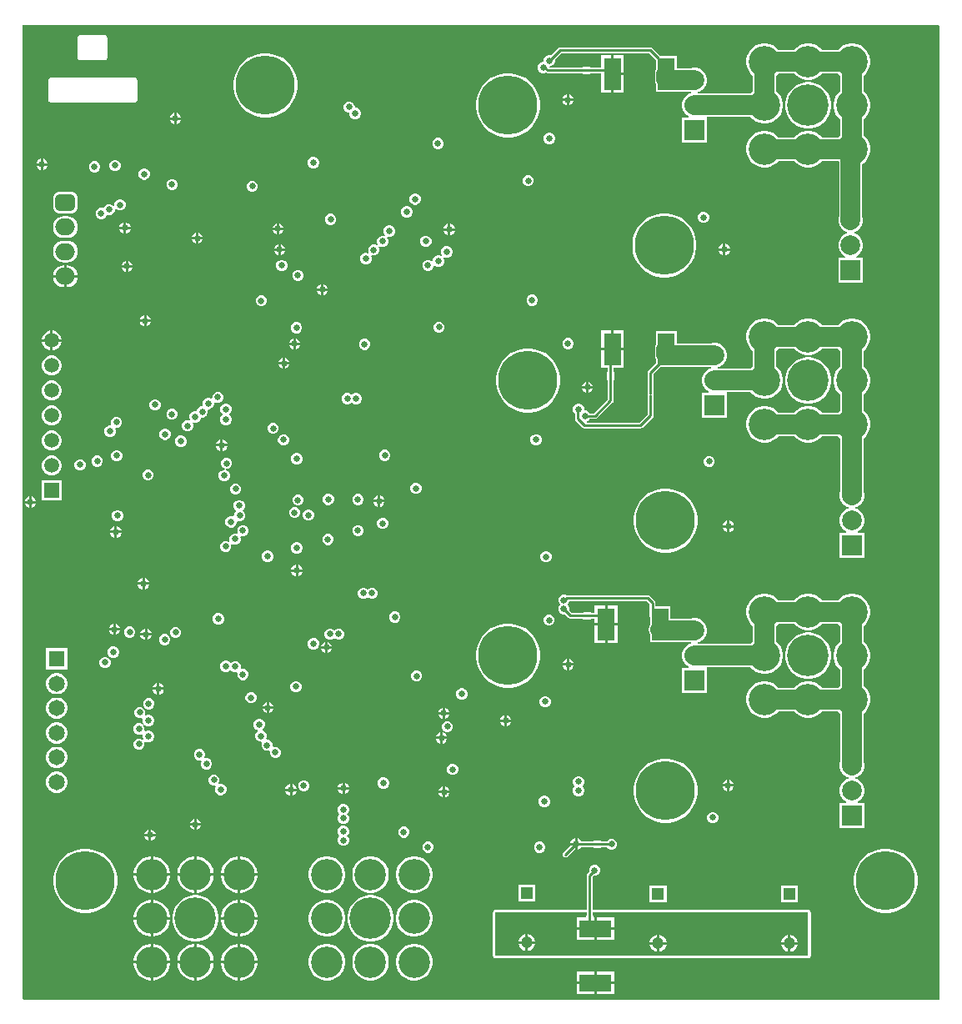
<source format=gbl>
G04*
G04 #@! TF.GenerationSoftware,Altium Limited,Altium Designer,21.0.9 (235)*
G04*
G04 Layer_Physical_Order=4*
G04 Layer_Color=16711680*
%FSLAX25Y25*%
%MOIN*%
G70*
G04*
G04 #@! TF.SameCoordinates,33BEAB15-2C9A-4BBB-8A7B-2AB3B3A1E351*
G04*
G04*
G04 #@! TF.FilePolarity,Positive*
G04*
G01*
G75*
%ADD15C,0.01000*%
%ADD90C,0.12598*%
%ADD91C,0.16535*%
%ADD92C,0.23622*%
%ADD93R,0.06496X0.06496*%
%ADD94C,0.06496*%
%ADD95C,0.05906*%
%ADD96R,0.05906X0.05906*%
%ADD97R,0.07874X0.07874*%
%ADD98C,0.07874*%
%ADD99C,0.04724*%
%ADD100R,0.04724X0.04724*%
G04:AMPARAMS|DCode=101|XSize=66.93mil|YSize=78.74mil|CornerRadius=16.73mil|HoleSize=0mil|Usage=FLASHONLY|Rotation=270.000|XOffset=0mil|YOffset=0mil|HoleType=Round|Shape=RoundedRectangle|*
%AMROUNDEDRECTD101*
21,1,0.06693,0.04528,0,0,270.0*
21,1,0.03347,0.07874,0,0,270.0*
1,1,0.03346,-0.02264,-0.01673*
1,1,0.03346,-0.02264,0.01673*
1,1,0.03346,0.02264,0.01673*
1,1,0.03346,0.02264,-0.01673*
%
%ADD101ROUNDEDRECTD101*%
%ADD102O,0.07874X0.06693*%
%ADD103C,0.02500*%
%ADD104R,0.12992X0.07087*%
%ADD105R,0.07087X0.12992*%
%ADD106R,0.01000X0.01000*%
%ADD107R,0.01000X0.01000*%
%ADD108C,0.08000*%
G36*
X467500Y501885D02*
Y112500D01*
X101500D01*
X101000Y113000D01*
X101000Y502250D01*
X467176D01*
X467500Y501885D01*
D02*
G37*
%LPC*%
G36*
X433180Y494760D02*
X431742D01*
X430332Y494479D01*
X429003Y493929D01*
X427808Y493130D01*
X426791Y492114D01*
X426782Y492100D01*
X420679D01*
X420670Y492114D01*
X419653Y493130D01*
X418458Y493929D01*
X417129Y494479D01*
X415719Y494760D01*
X414281D01*
X412871Y494479D01*
X411543Y493929D01*
X410347Y493130D01*
X409330Y492114D01*
X409321Y492100D01*
X403218D01*
X403209Y492114D01*
X402192Y493130D01*
X400997Y493929D01*
X399669Y494479D01*
X398258Y494760D01*
X396820D01*
X395410Y494479D01*
X394082Y493929D01*
X392886Y493130D01*
X391870Y492114D01*
X391071Y490918D01*
X390521Y489590D01*
X390240Y488179D01*
Y486742D01*
X390521Y485331D01*
X391071Y484003D01*
X391870Y482808D01*
X392886Y481791D01*
X392900Y481782D01*
Y475678D01*
X392886Y475670D01*
X391870Y474653D01*
X391861Y474640D01*
X371268D01*
X370889Y474741D01*
Y475259D01*
X371413Y475399D01*
X372539Y476049D01*
X373459Y476969D01*
X374108Y478094D01*
X374445Y479350D01*
Y480650D01*
X374108Y481906D01*
X373459Y483031D01*
X372539Y483951D01*
X371413Y484601D01*
X370158Y484937D01*
X368858D01*
X367763Y484644D01*
X362470D01*
Y489596D01*
X355990D01*
X352793Y492793D01*
X352429Y493036D01*
X352000Y493122D01*
X352000Y493122D01*
X340000D01*
X339892Y493100D01*
X339608D01*
X339500Y493122D01*
X315693D01*
X315693Y493122D01*
X315264Y493036D01*
X314900Y492793D01*
X312175Y490069D01*
X312022Y490132D01*
X311127D01*
X310300Y489790D01*
X309667Y489157D01*
X309325Y488330D01*
Y487435D01*
X309290Y487382D01*
X308719D01*
X307892Y487040D01*
X307259Y486407D01*
X306917Y485580D01*
Y484685D01*
X307259Y483858D01*
X307892Y483225D01*
X308719Y482882D01*
X309614D01*
X310098Y483082D01*
X310276Y482964D01*
X310705Y482878D01*
X310705Y482878D01*
X325000D01*
Y482500D01*
X328000D01*
Y482878D01*
X332130D01*
Y475004D01*
X336173D01*
Y482500D01*
Y489996D01*
X332130D01*
Y485122D01*
X328000D01*
Y485500D01*
X325000D01*
Y485122D01*
X311563D01*
X311560Y485132D01*
X311956Y485632D01*
X312022D01*
X312849Y485975D01*
X313482Y486608D01*
X313825Y487435D01*
Y488330D01*
X313761Y488483D01*
X316157Y490878D01*
X339500D01*
X339608Y490900D01*
X339892D01*
X340000Y490878D01*
X351535D01*
X354162Y488252D01*
Y485543D01*
X354162Y485543D01*
X354184Y485435D01*
Y484518D01*
X353845Y483701D01*
X353687Y482500D01*
Y480461D01*
X353687Y480461D01*
X353845Y479260D01*
X354184Y478443D01*
Y475404D01*
X358482D01*
X358784Y475364D01*
X358784Y475364D01*
X367734D01*
X368127Y475259D01*
Y474741D01*
X367602Y474601D01*
X366476Y473951D01*
X365557Y473031D01*
X364907Y471906D01*
X364571Y470650D01*
Y469350D01*
X364907Y468094D01*
X365557Y466969D01*
X366476Y466049D01*
X367124Y465676D01*
X367256Y465022D01*
X367192Y464937D01*
X364571D01*
Y455063D01*
X374445D01*
Y464860D01*
X374445Y464937D01*
X374630Y465360D01*
X391861D01*
X391870Y465347D01*
X392886Y464330D01*
X394082Y463531D01*
X395410Y462981D01*
X396820Y462701D01*
X398258D01*
X399669Y462981D01*
X400997Y463531D01*
X402192Y464330D01*
X403209Y465347D01*
X404008Y466542D01*
X404558Y467871D01*
X404839Y469281D01*
Y470719D01*
X404558Y472129D01*
X404008Y473457D01*
X403209Y474653D01*
X402192Y475670D01*
X402179Y475678D01*
Y481782D01*
X402192Y481791D01*
X403209Y482808D01*
X403218Y482821D01*
X409321D01*
X409330Y482808D01*
X410347Y481791D01*
X411543Y480992D01*
X412871Y480442D01*
X414281Y480161D01*
X415719D01*
X417129Y480442D01*
X418458Y480992D01*
X419653Y481791D01*
X420670Y482808D01*
X420679Y482821D01*
X426782D01*
X426791Y482808D01*
X427808Y481791D01*
X427821Y481782D01*
Y475678D01*
X427808Y475670D01*
X426791Y474653D01*
X425992Y473457D01*
X425442Y472129D01*
X425161Y470719D01*
Y469281D01*
X425442Y467871D01*
X425992Y466542D01*
X426791Y465347D01*
X427808Y464330D01*
X427821Y464322D01*
Y458218D01*
X427808Y458209D01*
X426791Y457192D01*
X426782Y457179D01*
X420679D01*
X420670Y457192D01*
X419653Y458209D01*
X418458Y459008D01*
X417129Y459558D01*
X415719Y459839D01*
X414281D01*
X412871Y459558D01*
X411543Y459008D01*
X410347Y458209D01*
X409330Y457192D01*
X409321Y457179D01*
X403218D01*
X403209Y457192D01*
X402192Y458209D01*
X400997Y459008D01*
X399669Y459558D01*
X398258Y459839D01*
X396820D01*
X395410Y459558D01*
X394082Y459008D01*
X392886Y458209D01*
X391870Y457192D01*
X391071Y455997D01*
X390521Y454669D01*
X390240Y453258D01*
Y451821D01*
X390521Y450410D01*
X391071Y449082D01*
X391870Y447886D01*
X392886Y446870D01*
X394082Y446071D01*
X395410Y445521D01*
X396820Y445240D01*
X398258D01*
X399669Y445521D01*
X400997Y446071D01*
X402192Y446870D01*
X403209Y447886D01*
X403218Y447900D01*
X409321D01*
X409330Y447886D01*
X410347Y446870D01*
X411543Y446071D01*
X412871Y445521D01*
X414281Y445240D01*
X415719D01*
X417129Y445521D01*
X418458Y446071D01*
X419653Y446870D01*
X420670Y447886D01*
X420679Y447900D01*
X426782D01*
X426791Y447886D01*
X427360Y447317D01*
Y425760D01*
X427063Y424650D01*
Y423350D01*
X427399Y422094D01*
X428049Y420969D01*
X428969Y420049D01*
X430094Y419399D01*
X430619Y419259D01*
Y418741D01*
X430094Y418601D01*
X428969Y417951D01*
X428049Y417031D01*
X427399Y415906D01*
X427063Y414650D01*
Y413350D01*
X427399Y412094D01*
X428049Y410969D01*
X428969Y410049D01*
X429616Y409676D01*
X429748Y409022D01*
X429684Y408937D01*
X427063D01*
Y399063D01*
X436937D01*
Y408937D01*
X434316D01*
X434252Y409022D01*
X434384Y409676D01*
X435031Y410049D01*
X435951Y410969D01*
X436601Y412094D01*
X436937Y413350D01*
Y414650D01*
X436601Y415906D01*
X435951Y417031D01*
X435031Y417951D01*
X433906Y418601D01*
X433381Y418741D01*
Y419259D01*
X433906Y419399D01*
X435031Y420049D01*
X435951Y420969D01*
X436601Y422094D01*
X436937Y423350D01*
Y424650D01*
X436640Y425760D01*
Y446553D01*
X437114Y446870D01*
X438130Y447886D01*
X438929Y449082D01*
X439479Y450410D01*
X439760Y451821D01*
Y453258D01*
X439479Y454669D01*
X438929Y455997D01*
X438130Y457192D01*
X437114Y458209D01*
X437100Y458218D01*
Y464322D01*
X437114Y464330D01*
X438130Y465347D01*
X438929Y466542D01*
X439479Y467871D01*
X439760Y469281D01*
Y470719D01*
X439479Y472129D01*
X438929Y473457D01*
X438130Y474653D01*
X437114Y475670D01*
X437100Y475678D01*
Y481782D01*
X437114Y481791D01*
X438130Y482808D01*
X438929Y484003D01*
X439479Y485331D01*
X439760Y486742D01*
Y488179D01*
X439479Y489590D01*
X438929Y490918D01*
X438130Y492114D01*
X437114Y493130D01*
X435918Y493929D01*
X434590Y494479D01*
X433180Y494760D01*
D02*
G37*
G36*
X133666Y498058D02*
X123823D01*
X123433Y497981D01*
X123102Y497760D01*
X122881Y497429D01*
X122803Y497039D01*
Y489165D01*
X122881Y488774D01*
X123102Y488444D01*
X123433Y488223D01*
X123823Y488145D01*
X133666D01*
X134056Y488223D01*
X134387Y488444D01*
X134608Y488774D01*
X134685Y489165D01*
Y497039D01*
X134608Y497429D01*
X134387Y497760D01*
X134056Y497981D01*
X133666Y498058D01*
D02*
G37*
G36*
X341216Y489996D02*
X337173D01*
Y483000D01*
X341216D01*
Y489996D01*
D02*
G37*
G36*
Y482000D02*
X337173D01*
Y475004D01*
X341216D01*
Y482000D01*
D02*
G37*
G36*
X319400Y474428D02*
Y472700D01*
X321128D01*
X320808Y473475D01*
X320175Y474108D01*
X319400Y474428D01*
D02*
G37*
G36*
X318400D02*
X317625Y474108D01*
X316992Y473475D01*
X316672Y472700D01*
X318400D01*
Y474428D01*
D02*
G37*
G36*
X145673Y481130D02*
X112209D01*
X111819Y481052D01*
X111488Y480831D01*
X111267Y480500D01*
X111189Y480110D01*
Y472236D01*
X111267Y471846D01*
X111488Y471515D01*
X111819Y471294D01*
X112209Y471217D01*
X145673D01*
X146063Y471294D01*
X146394Y471515D01*
X146615Y471846D01*
X146693Y472236D01*
Y480110D01*
X146615Y480500D01*
X146394Y480831D01*
X146063Y481052D01*
X145673Y481130D01*
D02*
G37*
G36*
X321128Y471700D02*
X319400D01*
Y469972D01*
X320175Y470293D01*
X320808Y470926D01*
X321128Y471700D01*
D02*
G37*
G36*
X318400D02*
X316672D01*
X316992Y470926D01*
X317625Y470293D01*
X318400Y469972D01*
Y471700D01*
D02*
G37*
G36*
X162500Y466928D02*
Y465200D01*
X164228D01*
X163908Y465975D01*
X163275Y466608D01*
X162500Y466928D01*
D02*
G37*
G36*
X161500D02*
X160725Y466608D01*
X160092Y465975D01*
X159772Y465200D01*
X161500D01*
Y466928D01*
D02*
G37*
G36*
X199008Y490811D02*
X196992D01*
X195000Y490496D01*
X193082Y489872D01*
X191286Y488957D01*
X189654Y487772D01*
X188228Y486346D01*
X187043Y484714D01*
X186128Y482918D01*
X185504Y481000D01*
X185189Y479008D01*
Y476992D01*
X185504Y475000D01*
X186128Y473082D01*
X187043Y471286D01*
X188228Y469654D01*
X189654Y468228D01*
X191286Y467043D01*
X193082Y466128D01*
X195000Y465504D01*
X196992Y465189D01*
X199008D01*
X201000Y465504D01*
X202918Y466128D01*
X204714Y467043D01*
X206346Y468228D01*
X207772Y469654D01*
X208957Y471286D01*
X209872Y473082D01*
X210496Y475000D01*
X210811Y476992D01*
Y479008D01*
X210496Y481000D01*
X209872Y482918D01*
X208957Y484714D01*
X207772Y486346D01*
X206346Y487772D01*
X204714Y488957D01*
X202918Y489872D01*
X201000Y490496D01*
X199008Y490811D01*
D02*
G37*
G36*
X231873Y471525D02*
X230978D01*
X230151Y471182D01*
X229518Y470549D01*
X229175Y469722D01*
Y468827D01*
X229518Y468000D01*
X230151Y467367D01*
X230978Y467025D01*
X231650D01*
Y466353D01*
X231993Y465525D01*
X232626Y464892D01*
X233452Y464550D01*
X234348D01*
X235174Y464892D01*
X235807Y465525D01*
X236150Y466353D01*
Y467247D01*
X235807Y468075D01*
X235174Y468708D01*
X234348Y469050D01*
X233675D01*
Y469722D01*
X233333Y470549D01*
X232700Y471182D01*
X231873Y471525D01*
D02*
G37*
G36*
X164228Y464200D02*
X162500D01*
Y462472D01*
X163275Y462792D01*
X163908Y463425D01*
X164228Y464200D01*
D02*
G37*
G36*
X161500D02*
X159772D01*
X160092Y463425D01*
X160725Y462792D01*
X161500Y462472D01*
Y464200D01*
D02*
G37*
G36*
X415913Y479268D02*
X414087D01*
X412297Y478911D01*
X410610Y478213D01*
X409092Y477199D01*
X407801Y475908D01*
X406787Y474390D01*
X406088Y472703D01*
X405732Y470913D01*
Y469087D01*
X406088Y467297D01*
X406787Y465610D01*
X407801Y464092D01*
X409092Y462801D01*
X410610Y461787D01*
X412297Y461089D01*
X414087Y460732D01*
X415913D01*
X417703Y461089D01*
X419390Y461787D01*
X420908Y462801D01*
X422199Y464092D01*
X423213Y465610D01*
X423912Y467297D01*
X424268Y469087D01*
Y470913D01*
X423912Y472703D01*
X423213Y474390D01*
X422199Y475908D01*
X420908Y477199D01*
X419390Y478213D01*
X417703Y478911D01*
X415913Y479268D01*
D02*
G37*
G36*
X296008Y482811D02*
X293992D01*
X292000Y482496D01*
X290082Y481872D01*
X288286Y480957D01*
X286654Y479772D01*
X285228Y478346D01*
X284043Y476714D01*
X283128Y474918D01*
X282504Y473000D01*
X282189Y471008D01*
Y468992D01*
X282504Y467000D01*
X283128Y465082D01*
X284043Y463286D01*
X285228Y461654D01*
X286654Y460228D01*
X288286Y459043D01*
X290082Y458128D01*
X292000Y457504D01*
X293992Y457189D01*
X296008D01*
X298000Y457504D01*
X299918Y458128D01*
X301714Y459043D01*
X303346Y460228D01*
X304772Y461654D01*
X305957Y463286D01*
X306872Y465082D01*
X307496Y467000D01*
X307811Y468992D01*
Y471008D01*
X307496Y473000D01*
X306872Y474918D01*
X305957Y476714D01*
X304772Y478346D01*
X303346Y479772D01*
X301714Y480957D01*
X299918Y481872D01*
X298000Y482496D01*
X296008Y482811D01*
D02*
G37*
G36*
X311948Y459050D02*
X311052D01*
X310226Y458708D01*
X309593Y458075D01*
X309250Y457247D01*
Y456353D01*
X309593Y455525D01*
X310226Y454892D01*
X311052Y454550D01*
X311948D01*
X312774Y454892D01*
X313407Y455525D01*
X313750Y456353D01*
Y457247D01*
X313407Y458075D01*
X312774Y458708D01*
X311948Y459050D01*
D02*
G37*
G36*
X267448Y456950D02*
X266552D01*
X265725Y456607D01*
X265092Y455974D01*
X264750Y455148D01*
Y454252D01*
X265092Y453426D01*
X265725Y452793D01*
X266552Y452450D01*
X267448D01*
X268274Y452793D01*
X268907Y453426D01*
X269250Y454252D01*
Y455148D01*
X268907Y455974D01*
X268274Y456607D01*
X267448Y456950D01*
D02*
G37*
G36*
X109100Y448628D02*
Y446900D01*
X110828D01*
X110508Y447675D01*
X109874Y448308D01*
X109100Y448628D01*
D02*
G37*
G36*
X108100D02*
X107325Y448308D01*
X106693Y447675D01*
X106372Y446900D01*
X108100D01*
Y448628D01*
D02*
G37*
G36*
X217553Y449354D02*
X216658D01*
X215831Y449011D01*
X215198Y448378D01*
X214855Y447551D01*
Y446656D01*
X215198Y445829D01*
X215831Y445196D01*
X216658Y444854D01*
X217553D01*
X218380Y445196D01*
X219013Y445829D01*
X219355Y446656D01*
Y447551D01*
X219013Y448378D01*
X218380Y449011D01*
X217553Y449354D01*
D02*
G37*
G36*
X110828Y445900D02*
X109100D01*
Y444172D01*
X109874Y444492D01*
X110508Y445125D01*
X110828Y445900D01*
D02*
G37*
G36*
X108100D02*
X106372D01*
X106693Y445125D01*
X107325Y444492D01*
X108100Y444172D01*
Y445900D01*
D02*
G37*
G36*
X138247Y448214D02*
X137351D01*
X136524Y447872D01*
X135891Y447239D01*
X135549Y446412D01*
Y445517D01*
X135891Y444690D01*
X136524Y444057D01*
X137351Y443715D01*
X138247D01*
X139074Y444057D01*
X139706Y444690D01*
X140049Y445517D01*
Y446412D01*
X139706Y447239D01*
X139074Y447872D01*
X138247Y448214D01*
D02*
G37*
G36*
X130112Y447621D02*
X129217D01*
X128390Y447278D01*
X127757Y446645D01*
X127415Y445818D01*
Y444923D01*
X127757Y444096D01*
X128390Y443463D01*
X129217Y443121D01*
X130112D01*
X130939Y443463D01*
X131572Y444096D01*
X131915Y444923D01*
Y445818D01*
X131572Y446645D01*
X130939Y447278D01*
X130112Y447621D01*
D02*
G37*
G36*
X149948Y444750D02*
X149052D01*
X148225Y444408D01*
X147592Y443775D01*
X147250Y442947D01*
Y442053D01*
X147592Y441225D01*
X148225Y440592D01*
X149052Y440250D01*
X149948D01*
X150775Y440592D01*
X151408Y441225D01*
X151750Y442053D01*
Y442947D01*
X151408Y443775D01*
X150775Y444408D01*
X149948Y444750D01*
D02*
G37*
G36*
X303463Y442092D02*
X302568D01*
X301741Y441750D01*
X301108Y441117D01*
X300765Y440290D01*
Y439395D01*
X301108Y438568D01*
X301741Y437935D01*
X302568Y437592D01*
X303463D01*
X304290Y437935D01*
X304923Y438568D01*
X305265Y439395D01*
Y440290D01*
X304923Y441117D01*
X304290Y441750D01*
X303463Y442092D01*
D02*
G37*
G36*
X161066Y440569D02*
X160171D01*
X159344Y440226D01*
X158711Y439593D01*
X158369Y438766D01*
Y437871D01*
X158711Y437044D01*
X159344Y436411D01*
X160171Y436069D01*
X161066D01*
X161893Y436411D01*
X162526Y437044D01*
X162869Y437871D01*
Y438766D01*
X162526Y439593D01*
X161893Y440226D01*
X161066Y440569D01*
D02*
G37*
G36*
X193148Y439850D02*
X192252D01*
X191426Y439507D01*
X190793Y438874D01*
X190450Y438048D01*
Y437152D01*
X190793Y436326D01*
X191426Y435693D01*
X192252Y435350D01*
X193148D01*
X193974Y435693D01*
X194607Y436326D01*
X194950Y437152D01*
Y438048D01*
X194607Y438874D01*
X193974Y439507D01*
X193148Y439850D01*
D02*
G37*
G36*
X258248Y434750D02*
X257352D01*
X256525Y434408D01*
X255892Y433775D01*
X255550Y432947D01*
Y432053D01*
X255892Y431225D01*
X256525Y430592D01*
X257352Y430250D01*
X258248D01*
X259074Y430592D01*
X259707Y431225D01*
X260050Y432053D01*
Y432947D01*
X259707Y433775D01*
X259074Y434408D01*
X258248Y434750D01*
D02*
G37*
G36*
X140248Y432450D02*
X139352D01*
X138525Y432107D01*
X137892Y431474D01*
X137550Y430648D01*
Y430042D01*
X137050Y429835D01*
X136698Y430187D01*
X135871Y430530D01*
X134976D01*
X134149Y430187D01*
X133516Y429554D01*
X133190Y428767D01*
X132748Y428950D01*
X131852D01*
X131026Y428608D01*
X130393Y427975D01*
X130050Y427147D01*
Y426253D01*
X130393Y425425D01*
X131026Y424792D01*
X131852Y424450D01*
X132748D01*
X133574Y424792D01*
X134207Y425425D01*
X134534Y426213D01*
X134976Y426030D01*
X135871D01*
X136698Y426372D01*
X137331Y427005D01*
X137673Y427832D01*
Y428438D01*
X138173Y428645D01*
X138525Y428293D01*
X139352Y427950D01*
X140248D01*
X141075Y428293D01*
X141708Y428926D01*
X142050Y429752D01*
Y430648D01*
X141708Y431474D01*
X141075Y432107D01*
X140248Y432450D01*
D02*
G37*
G36*
X120264Y435555D02*
X115736D01*
X115038Y435463D01*
X114388Y435193D01*
X113830Y434765D01*
X113401Y434206D01*
X113132Y433556D01*
X113040Y432858D01*
Y429512D01*
X113132Y428814D01*
X113401Y428164D01*
X113830Y427605D01*
X114388Y427177D01*
X115038Y426907D01*
X115736Y426816D01*
X120264D01*
X120962Y426907D01*
X121612Y427177D01*
X122170Y427605D01*
X122599Y428164D01*
X122868Y428814D01*
X122960Y429512D01*
Y432858D01*
X122868Y433556D01*
X122599Y434206D01*
X122170Y434765D01*
X121612Y435193D01*
X120962Y435463D01*
X120264Y435555D01*
D02*
G37*
G36*
X254958Y429700D02*
X254063D01*
X253236Y429357D01*
X252603Y428724D01*
X252261Y427898D01*
Y427002D01*
X252603Y426175D01*
X253236Y425542D01*
X254063Y425200D01*
X254958D01*
X255785Y425542D01*
X256418Y426175D01*
X256761Y427002D01*
Y427898D01*
X256418Y428724D01*
X255785Y429357D01*
X254958Y429700D01*
D02*
G37*
G36*
X373548Y427450D02*
X372652D01*
X371826Y427107D01*
X371193Y426475D01*
X370850Y425647D01*
Y424753D01*
X371193Y423925D01*
X371826Y423292D01*
X372652Y422950D01*
X373548D01*
X374375Y423292D01*
X375008Y423925D01*
X375350Y424753D01*
Y425647D01*
X375008Y426475D01*
X374375Y427107D01*
X373548Y427450D01*
D02*
G37*
G36*
X224485Y426606D02*
X223590D01*
X222763Y426264D01*
X222130Y425631D01*
X221788Y424804D01*
Y423909D01*
X222130Y423082D01*
X222763Y422449D01*
X223590Y422106D01*
X224485D01*
X225312Y422449D01*
X225945Y423082D01*
X226288Y423909D01*
Y424804D01*
X225945Y425631D01*
X225312Y426264D01*
X224485Y426606D01*
D02*
G37*
G36*
X142300Y423228D02*
Y421500D01*
X144028D01*
X143708Y422274D01*
X143075Y422907D01*
X142300Y423228D01*
D02*
G37*
G36*
X141300D02*
X140525Y422907D01*
X139892Y422274D01*
X139572Y421500D01*
X141300D01*
Y423228D01*
D02*
G37*
G36*
X203500Y422828D02*
Y421100D01*
X205228D01*
X204907Y421875D01*
X204275Y422507D01*
X203500Y422828D01*
D02*
G37*
G36*
X202500D02*
X201726Y422507D01*
X201093Y421875D01*
X200772Y421100D01*
X202500D01*
Y422828D01*
D02*
G37*
G36*
X272000Y422628D02*
Y420900D01*
X273728D01*
X273408Y421674D01*
X272775Y422307D01*
X272000Y422628D01*
D02*
G37*
G36*
X271000D02*
X270226Y422307D01*
X269592Y421674D01*
X269272Y420900D01*
X271000D01*
Y422628D01*
D02*
G37*
G36*
X144028Y420500D02*
X142300D01*
Y418772D01*
X143075Y419093D01*
X143708Y419726D01*
X144028Y420500D01*
D02*
G37*
G36*
X141300D02*
X139572D01*
X139892Y419726D01*
X140525Y419093D01*
X141300Y418772D01*
Y420500D01*
D02*
G37*
G36*
X205228Y420100D02*
X203500D01*
Y418372D01*
X204275Y418692D01*
X204907Y419325D01*
X205228Y420100D01*
D02*
G37*
G36*
X202500D02*
X200772D01*
X201093Y419325D01*
X201726Y418692D01*
X202500Y418372D01*
Y420100D01*
D02*
G37*
G36*
X273728Y419900D02*
X272000D01*
Y418172D01*
X272775Y418493D01*
X273408Y419126D01*
X273728Y419900D01*
D02*
G37*
G36*
X271000D02*
X269272D01*
X269592Y419126D01*
X270226Y418493D01*
X271000Y418172D01*
Y419900D01*
D02*
G37*
G36*
X247948Y421950D02*
X247052D01*
X246226Y421607D01*
X245592Y420974D01*
X245250Y420148D01*
Y419252D01*
X245592Y418426D01*
X245825Y418193D01*
X245542Y417769D01*
X245298Y417870D01*
X244402D01*
X243576Y417528D01*
X242943Y416895D01*
X242600Y416068D01*
Y415173D01*
X242888Y414478D01*
X242753Y414319D01*
X242494Y414141D01*
X241748Y414450D01*
X240852D01*
X240025Y414108D01*
X239392Y413475D01*
X239050Y412647D01*
Y411753D01*
X239264Y411236D01*
X238881Y410853D01*
X238648Y410950D01*
X237752D01*
X236926Y410607D01*
X236293Y409974D01*
X235950Y409148D01*
Y408252D01*
X236293Y407425D01*
X236926Y406792D01*
X237752Y406450D01*
X238648D01*
X239475Y406792D01*
X240107Y407425D01*
X240450Y408252D01*
Y409148D01*
X240236Y409664D01*
X240619Y410047D01*
X240852Y409950D01*
X241748D01*
X242575Y410292D01*
X243208Y410925D01*
X243550Y411753D01*
Y412647D01*
X243262Y413343D01*
X243397Y413502D01*
X243656Y413680D01*
X244402Y413370D01*
X245298D01*
X246125Y413713D01*
X246758Y414346D01*
X247100Y415173D01*
Y416068D01*
X246758Y416895D01*
X246525Y417127D01*
X246808Y417551D01*
X247052Y417450D01*
X247948D01*
X248775Y417793D01*
X249408Y418426D01*
X249750Y419252D01*
Y420148D01*
X249408Y420974D01*
X248775Y421607D01*
X247948Y421950D01*
D02*
G37*
G36*
X171200Y419128D02*
Y417400D01*
X172928D01*
X172608Y418175D01*
X171975Y418808D01*
X171200Y419128D01*
D02*
G37*
G36*
X170200D02*
X169425Y418808D01*
X168792Y418175D01*
X168472Y417400D01*
X170200D01*
Y419128D01*
D02*
G37*
G36*
X118591Y425727D02*
X117409D01*
X116275Y425577D01*
X115217Y425139D01*
X114310Y424442D01*
X113613Y423534D01*
X113175Y422477D01*
X113025Y421343D01*
X113175Y420208D01*
X113613Y419150D01*
X114310Y418243D01*
X115217Y417546D01*
X116275Y417108D01*
X117409Y416959D01*
X118591D01*
X119725Y417108D01*
X120782Y417546D01*
X121690Y418243D01*
X122387Y419150D01*
X122825Y420208D01*
X122975Y421343D01*
X122825Y422477D01*
X122387Y423534D01*
X121690Y424442D01*
X120782Y425139D01*
X119725Y425577D01*
X118591Y425727D01*
D02*
G37*
G36*
X172928Y416400D02*
X171200D01*
Y414672D01*
X171975Y414993D01*
X172608Y415625D01*
X172928Y416400D01*
D02*
G37*
G36*
X170200D02*
X168472D01*
X168792Y415625D01*
X169425Y414993D01*
X170200Y414672D01*
Y416400D01*
D02*
G37*
G36*
X262537Y417902D02*
X261642D01*
X260815Y417559D01*
X260182Y416926D01*
X259840Y416099D01*
Y415204D01*
X260182Y414377D01*
X260815Y413744D01*
X261642Y413402D01*
X262537D01*
X263364Y413744D01*
X263997Y414377D01*
X264340Y415204D01*
Y416099D01*
X263997Y416926D01*
X263364Y417559D01*
X262537Y417902D01*
D02*
G37*
G36*
X382000Y414628D02*
Y412900D01*
X383728D01*
X383407Y413674D01*
X382774Y414307D01*
X382000Y414628D01*
D02*
G37*
G36*
X381000D02*
X380225Y414307D01*
X379592Y413674D01*
X379272Y412900D01*
X381000D01*
Y414628D01*
D02*
G37*
G36*
X204100Y414528D02*
Y412800D01*
X205828D01*
X205507Y413575D01*
X204874Y414208D01*
X204100Y414528D01*
D02*
G37*
G36*
X203100D02*
X202326Y414208D01*
X201693Y413575D01*
X201372Y412800D01*
X203100D01*
Y414528D01*
D02*
G37*
G36*
X383728Y411900D02*
X382000D01*
Y410172D01*
X382774Y410493D01*
X383407Y411126D01*
X383728Y411900D01*
D02*
G37*
G36*
X381000D02*
X379272D01*
X379592Y411126D01*
X380225Y410493D01*
X381000Y410172D01*
Y411900D01*
D02*
G37*
G36*
X205828Y411800D02*
X204100D01*
Y410072D01*
X204874Y410393D01*
X205507Y411025D01*
X205828Y411800D01*
D02*
G37*
G36*
X203100D02*
X201372D01*
X201693Y411025D01*
X202326Y410393D01*
X203100Y410072D01*
Y411800D01*
D02*
G37*
G36*
X270875Y413678D02*
X269980D01*
X269153Y413335D01*
X268520Y412702D01*
X268178Y411875D01*
Y410980D01*
X268520Y410153D01*
X268560Y410113D01*
X268277Y409689D01*
X267648Y409950D01*
X266752D01*
X265926Y409608D01*
X265293Y408975D01*
X264950Y408148D01*
Y407939D01*
X264450Y407732D01*
X264275Y407907D01*
X263448Y408250D01*
X262552D01*
X261725Y407907D01*
X261092Y407274D01*
X260750Y406448D01*
Y405552D01*
X261092Y404726D01*
X261725Y404093D01*
X262552Y403750D01*
X263448D01*
X264275Y404093D01*
X264908Y404726D01*
X265250Y405552D01*
Y405761D01*
X265750Y405968D01*
X265926Y405793D01*
X266752Y405450D01*
X267648D01*
X268475Y405793D01*
X269108Y406426D01*
X269450Y407252D01*
Y408148D01*
X269108Y408975D01*
X269068Y409014D01*
X269351Y409438D01*
X269980Y409178D01*
X270875D01*
X271702Y409520D01*
X272335Y410153D01*
X272678Y410980D01*
Y411875D01*
X272335Y412702D01*
X271702Y413335D01*
X270875Y413678D01*
D02*
G37*
G36*
X118591Y415884D02*
X117409D01*
X116275Y415735D01*
X115217Y415297D01*
X114310Y414600D01*
X113613Y413692D01*
X113175Y412635D01*
X113025Y411500D01*
X113175Y410365D01*
X113613Y409308D01*
X114310Y408400D01*
X115217Y407703D01*
X116275Y407265D01*
X117409Y407116D01*
X118591D01*
X119725Y407265D01*
X120782Y407703D01*
X121690Y408400D01*
X122387Y409308D01*
X122825Y410365D01*
X122975Y411500D01*
X122825Y412635D01*
X122387Y413692D01*
X121690Y414600D01*
X120782Y415297D01*
X119725Y415735D01*
X118591Y415884D01*
D02*
G37*
G36*
X143100Y407828D02*
Y406100D01*
X144828D01*
X144508Y406875D01*
X143875Y407508D01*
X143100Y407828D01*
D02*
G37*
G36*
X142100D02*
X141325Y407508D01*
X140692Y406875D01*
X140372Y406100D01*
X142100D01*
Y407828D01*
D02*
G37*
G36*
X204948Y408250D02*
X204052D01*
X203225Y407907D01*
X202592Y407274D01*
X202250Y406448D01*
Y405552D01*
X202592Y404726D01*
X203225Y404093D01*
X204052Y403750D01*
X204948D01*
X205774Y404093D01*
X206407Y404726D01*
X206750Y405552D01*
Y406448D01*
X206407Y407274D01*
X205774Y407907D01*
X204948Y408250D01*
D02*
G37*
G36*
X144828Y405100D02*
X143100D01*
Y403372D01*
X143875Y403692D01*
X144508Y404325D01*
X144828Y405100D01*
D02*
G37*
G36*
X142100D02*
X140372D01*
X140692Y404325D01*
X141325Y403692D01*
X142100Y403372D01*
Y405100D01*
D02*
G37*
G36*
X118591Y406041D02*
X118500D01*
Y402157D01*
X122909D01*
X122825Y402792D01*
X122387Y403850D01*
X121690Y404757D01*
X120782Y405454D01*
X119725Y405892D01*
X118591Y406041D01*
D02*
G37*
G36*
X117500D02*
X117409D01*
X116275Y405892D01*
X115217Y405454D01*
X114310Y404757D01*
X113613Y403850D01*
X113175Y402792D01*
X113091Y402157D01*
X117500D01*
Y406041D01*
D02*
G37*
G36*
X358500Y426811D02*
X356484D01*
X354492Y426496D01*
X352574Y425872D01*
X350778Y424957D01*
X349146Y423772D01*
X347720Y422346D01*
X346535Y420714D01*
X345620Y418918D01*
X344997Y417000D01*
X344681Y415008D01*
Y412992D01*
X344997Y411000D01*
X345620Y409082D01*
X346535Y407286D01*
X347720Y405654D01*
X349146Y404228D01*
X350778Y403043D01*
X352574Y402128D01*
X354492Y401504D01*
X356484Y401189D01*
X358500D01*
X360492Y401504D01*
X362410Y402128D01*
X364207Y403043D01*
X365838Y404228D01*
X367264Y405654D01*
X368449Y407286D01*
X369365Y409082D01*
X369988Y411000D01*
X370303Y412992D01*
Y415008D01*
X369988Y417000D01*
X369365Y418918D01*
X368449Y420714D01*
X367264Y422346D01*
X365838Y423772D01*
X364207Y424957D01*
X362410Y425872D01*
X360492Y426496D01*
X358500Y426811D01*
D02*
G37*
G36*
X211448Y404250D02*
X210552D01*
X209725Y403907D01*
X209092Y403274D01*
X208750Y402448D01*
Y401552D01*
X209092Y400726D01*
X209725Y400093D01*
X210552Y399750D01*
X211448D01*
X212275Y400093D01*
X212908Y400726D01*
X213250Y401552D01*
Y402448D01*
X212908Y403274D01*
X212275Y403907D01*
X211448Y404250D01*
D02*
G37*
G36*
X122909Y401158D02*
X118500D01*
Y397273D01*
X118591D01*
X119725Y397423D01*
X120782Y397861D01*
X121690Y398557D01*
X122387Y399465D01*
X122825Y400523D01*
X122909Y401158D01*
D02*
G37*
G36*
X117500D02*
X113091D01*
X113175Y400523D01*
X113613Y399465D01*
X114310Y398557D01*
X115217Y397861D01*
X116275Y397423D01*
X117409Y397273D01*
X117500D01*
Y401158D01*
D02*
G37*
G36*
X221239Y398561D02*
Y396833D01*
X222967D01*
X222646Y397607D01*
X222013Y398240D01*
X221239Y398561D01*
D02*
G37*
G36*
X220239D02*
X219464Y398240D01*
X218831Y397607D01*
X218510Y396833D01*
X220239D01*
Y398561D01*
D02*
G37*
G36*
X222967Y395833D02*
X221239D01*
Y394105D01*
X222013Y394425D01*
X222646Y395058D01*
X222967Y395833D01*
D02*
G37*
G36*
X220239D02*
X218510D01*
X218831Y395058D01*
X219464Y394425D01*
X220239Y394105D01*
Y395833D01*
D02*
G37*
G36*
X305048Y394350D02*
X304152D01*
X303326Y394007D01*
X302693Y393374D01*
X302350Y392548D01*
Y391652D01*
X302693Y390826D01*
X303326Y390193D01*
X304152Y389850D01*
X305048D01*
X305874Y390193D01*
X306507Y390826D01*
X306850Y391652D01*
Y392548D01*
X306507Y393374D01*
X305874Y394007D01*
X305048Y394350D01*
D02*
G37*
G36*
X196748Y394150D02*
X195852D01*
X195026Y393808D01*
X194393Y393175D01*
X194050Y392348D01*
Y391452D01*
X194393Y390626D01*
X195026Y389992D01*
X195852Y389650D01*
X196748D01*
X197574Y389992D01*
X198207Y390626D01*
X198550Y391452D01*
Y392348D01*
X198207Y393175D01*
X197574Y393808D01*
X196748Y394150D01*
D02*
G37*
G36*
X150400Y386128D02*
Y384400D01*
X152128D01*
X151807Y385174D01*
X151174Y385807D01*
X150400Y386128D01*
D02*
G37*
G36*
X149400D02*
X148626Y385807D01*
X147993Y385174D01*
X147672Y384400D01*
X149400D01*
Y386128D01*
D02*
G37*
G36*
X433180Y384760D02*
X431742D01*
X430332Y384479D01*
X429003Y383929D01*
X427808Y383130D01*
X426791Y382114D01*
X426782Y382100D01*
X420679D01*
X420670Y382114D01*
X419653Y383130D01*
X418458Y383929D01*
X417129Y384479D01*
X415719Y384760D01*
X414281D01*
X412871Y384479D01*
X411543Y383929D01*
X410347Y383130D01*
X409330Y382114D01*
X409321Y382100D01*
X403218D01*
X403209Y382114D01*
X402192Y383130D01*
X400997Y383929D01*
X399669Y384479D01*
X398258Y384760D01*
X396820D01*
X395410Y384479D01*
X394082Y383929D01*
X392886Y383130D01*
X391870Y382114D01*
X391071Y380918D01*
X390521Y379590D01*
X390240Y378180D01*
Y376742D01*
X390521Y375331D01*
X391071Y374003D01*
X391870Y372808D01*
X392886Y371791D01*
X392900Y371782D01*
Y365679D01*
X392886Y365670D01*
X391870Y364653D01*
X391861Y364640D01*
X379260D01*
X378881Y364741D01*
Y365259D01*
X379406Y365399D01*
X380531Y366049D01*
X381451Y366969D01*
X382101Y368094D01*
X382437Y369350D01*
Y370650D01*
X382101Y371906D01*
X381451Y373031D01*
X380531Y373951D01*
X379406Y374601D01*
X378150Y374937D01*
X376850D01*
X375740Y374640D01*
X374813D01*
X374783Y374644D01*
X374783Y374644D01*
X362470D01*
Y379596D01*
X354184D01*
Y374518D01*
X353845Y373701D01*
X353687Y372500D01*
Y370461D01*
X353687Y370461D01*
X353845Y369260D01*
X354184Y368443D01*
Y366990D01*
X351207Y364014D01*
X350964Y363650D01*
X350878Y363221D01*
X350881Y363210D01*
X350879Y363200D01*
Y356100D01*
Y354600D01*
X350900Y354492D01*
Y354108D01*
X350879Y354000D01*
Y346465D01*
X347535Y343122D01*
X326554D01*
X326455Y343621D01*
X326969Y343835D01*
X327602Y344468D01*
X327665Y344621D01*
X329742D01*
X329742Y344621D01*
X330171Y344706D01*
X330535Y344949D01*
X336793Y351207D01*
X336793Y351207D01*
X337036Y351571D01*
X337122Y352000D01*
X337122Y352000D01*
Y360000D01*
X337394Y360500D01*
X337500D01*
Y363500D01*
X337122D01*
Y365004D01*
X341216D01*
Y372000D01*
X336673D01*
X332130D01*
Y365004D01*
X334878D01*
Y363500D01*
X334500D01*
Y360500D01*
X334606D01*
X334878Y360000D01*
Y352465D01*
X329278Y346864D01*
X327665D01*
X327602Y347017D01*
X326969Y347650D01*
X326142Y347992D01*
X325505D01*
X325470Y348045D01*
Y348940D01*
X325127Y349767D01*
X324494Y350400D01*
X323667Y350742D01*
X322772D01*
X321945Y350400D01*
X321312Y349767D01*
X320970Y348940D01*
Y348045D01*
X321312Y347218D01*
X321823Y346707D01*
Y344603D01*
X321823Y344603D01*
X321909Y344174D01*
X322152Y343810D01*
X324755Y341207D01*
X324755Y341207D01*
X325119Y340964D01*
X325548Y340879D01*
X348000D01*
X348000Y340878D01*
X348429Y340964D01*
X348793Y341207D01*
X352793Y345207D01*
X352793Y345207D01*
X353036Y345571D01*
X353121Y346000D01*
Y354000D01*
X353100Y354108D01*
Y354492D01*
X353121Y354600D01*
Y356100D01*
Y362756D01*
X355770Y365404D01*
X358482D01*
X358784Y365364D01*
X358784Y365364D01*
X374758D01*
X374787Y365360D01*
X374787Y365360D01*
X375740D01*
X376119Y365259D01*
Y364741D01*
X375594Y364601D01*
X374469Y363951D01*
X373549Y363031D01*
X372899Y361906D01*
X372563Y360650D01*
Y359350D01*
X372899Y358094D01*
X373549Y356969D01*
X374469Y356049D01*
X375116Y355676D01*
X375248Y355022D01*
X375184Y354937D01*
X372563D01*
Y345063D01*
X382437D01*
Y354860D01*
X382437Y354937D01*
X382622Y355360D01*
X391861D01*
X391870Y355347D01*
X392886Y354330D01*
X394082Y353532D01*
X395410Y352981D01*
X396820Y352701D01*
X398258D01*
X399669Y352981D01*
X400997Y353532D01*
X402192Y354330D01*
X403209Y355347D01*
X404008Y356542D01*
X404558Y357871D01*
X404839Y359281D01*
Y360719D01*
X404558Y362129D01*
X404008Y363457D01*
X403209Y364653D01*
X402192Y365670D01*
X402179Y365679D01*
Y371782D01*
X402192Y371791D01*
X403209Y372808D01*
X403218Y372821D01*
X409321D01*
X409330Y372808D01*
X410347Y371791D01*
X411543Y370992D01*
X412871Y370442D01*
X414281Y370161D01*
X415719D01*
X417129Y370442D01*
X418458Y370992D01*
X419653Y371791D01*
X420670Y372808D01*
X420679Y372821D01*
X426782D01*
X426791Y372808D01*
X427808Y371791D01*
X427821Y371782D01*
Y365679D01*
X427808Y365670D01*
X426791Y364653D01*
X425992Y363457D01*
X425442Y362129D01*
X425161Y360719D01*
Y359281D01*
X425442Y357871D01*
X425992Y356542D01*
X426791Y355347D01*
X427808Y354330D01*
X427821Y354322D01*
Y348218D01*
X427808Y348209D01*
X426791Y347192D01*
X426782Y347179D01*
X420679D01*
X420670Y347192D01*
X419653Y348209D01*
X418458Y349008D01*
X417129Y349558D01*
X415719Y349839D01*
X414281D01*
X412871Y349558D01*
X411543Y349008D01*
X410347Y348209D01*
X409330Y347192D01*
X409321Y347179D01*
X403218D01*
X403209Y347192D01*
X402192Y348209D01*
X400997Y349008D01*
X399669Y349558D01*
X398258Y349839D01*
X396820D01*
X395410Y349558D01*
X394082Y349008D01*
X392886Y348209D01*
X391870Y347192D01*
X391071Y345997D01*
X390521Y344669D01*
X390240Y343258D01*
Y341821D01*
X390521Y340410D01*
X391071Y339082D01*
X391870Y337886D01*
X392886Y336870D01*
X394082Y336071D01*
X395410Y335521D01*
X396820Y335240D01*
X398258D01*
X399669Y335521D01*
X400997Y336071D01*
X402192Y336870D01*
X403209Y337886D01*
X403218Y337900D01*
X409321D01*
X409330Y337886D01*
X410347Y336870D01*
X411543Y336071D01*
X412871Y335521D01*
X414281Y335240D01*
X415719D01*
X417129Y335521D01*
X418458Y336071D01*
X419653Y336870D01*
X420670Y337886D01*
X420679Y337900D01*
X426782D01*
X426791Y337886D01*
X427808Y336870D01*
X427868Y336829D01*
Y315760D01*
X427571Y314650D01*
Y313350D01*
X427907Y312094D01*
X428557Y310969D01*
X429476Y310049D01*
X430602Y309399D01*
X431127Y309259D01*
Y308741D01*
X430602Y308601D01*
X429476Y307951D01*
X428557Y307031D01*
X427907Y305906D01*
X427571Y304650D01*
Y303350D01*
X427907Y302094D01*
X428557Y300969D01*
X429476Y300049D01*
X430123Y299676D01*
X430256Y299022D01*
X430192Y298937D01*
X427571D01*
Y289063D01*
X437445D01*
Y298937D01*
X434824D01*
X434760Y299022D01*
X434892Y299676D01*
X435539Y300049D01*
X436458Y300969D01*
X437108Y302094D01*
X437445Y303350D01*
Y304650D01*
X437108Y305906D01*
X436458Y307031D01*
X435539Y307951D01*
X434413Y308601D01*
X433889Y308741D01*
Y309259D01*
X434413Y309399D01*
X435539Y310049D01*
X436458Y310969D01*
X437108Y312094D01*
X437445Y313350D01*
Y314650D01*
X437148Y315760D01*
Y336904D01*
X438130Y337886D01*
X438929Y339082D01*
X439479Y340410D01*
X439760Y341821D01*
Y343258D01*
X439479Y344669D01*
X438929Y345997D01*
X438130Y347192D01*
X437114Y348209D01*
X437100Y348218D01*
Y354322D01*
X437114Y354330D01*
X438130Y355347D01*
X438929Y356542D01*
X439479Y357871D01*
X439760Y359281D01*
Y360719D01*
X439479Y362129D01*
X438929Y363457D01*
X438130Y364653D01*
X437114Y365670D01*
X437100Y365679D01*
Y371782D01*
X437114Y371791D01*
X438130Y372808D01*
X438929Y374003D01*
X439479Y375331D01*
X439760Y376742D01*
Y378180D01*
X439479Y379590D01*
X438929Y380918D01*
X438130Y382114D01*
X437114Y383130D01*
X435918Y383929D01*
X434590Y384479D01*
X433180Y384760D01*
D02*
G37*
G36*
X152128Y383400D02*
X150400D01*
Y381672D01*
X151174Y381993D01*
X151807Y382626D01*
X152128Y383400D01*
D02*
G37*
G36*
X149400D02*
X147672D01*
X147993Y382626D01*
X148626Y381993D01*
X149400Y381672D01*
Y383400D01*
D02*
G37*
G36*
X267830Y383522D02*
X266935D01*
X266108Y383179D01*
X265475Y382547D01*
X265133Y381720D01*
Y380824D01*
X265475Y379997D01*
X266108Y379365D01*
X266935Y379022D01*
X267830D01*
X268657Y379365D01*
X269290Y379997D01*
X269633Y380824D01*
Y381720D01*
X269290Y382547D01*
X268657Y383179D01*
X267830Y383522D01*
D02*
G37*
G36*
X210848Y383350D02*
X209952D01*
X209125Y383008D01*
X208492Y382375D01*
X208150Y381548D01*
Y380652D01*
X208492Y379825D01*
X209125Y379192D01*
X209952Y378850D01*
X210848D01*
X211674Y379192D01*
X212308Y379825D01*
X212650Y380652D01*
Y381548D01*
X212308Y382375D01*
X211674Y383008D01*
X210848Y383350D01*
D02*
G37*
G36*
X113020Y379953D02*
X113000D01*
Y376500D01*
X116453D01*
Y376520D01*
X116183Y377526D01*
X115663Y378427D01*
X114927Y379163D01*
X114026Y379683D01*
X113020Y379953D01*
D02*
G37*
G36*
X112000D02*
X111980D01*
X110974Y379683D01*
X110073Y379163D01*
X109337Y378427D01*
X108817Y377526D01*
X108547Y376520D01*
Y376500D01*
X112000D01*
Y379953D01*
D02*
G37*
G36*
X210100Y376828D02*
Y375100D01*
X211828D01*
X211508Y375874D01*
X210875Y376507D01*
X210100Y376828D01*
D02*
G37*
G36*
X209100D02*
X208326Y376507D01*
X207693Y375874D01*
X207372Y375100D01*
X209100D01*
Y376828D01*
D02*
G37*
G36*
X341216Y379996D02*
X337173D01*
Y373000D01*
X341216D01*
Y379996D01*
D02*
G37*
G36*
X336173D02*
X332130D01*
Y373000D01*
X336173D01*
Y379996D01*
D02*
G37*
G36*
X319448Y377050D02*
X318552D01*
X317725Y376708D01*
X317092Y376075D01*
X316750Y375248D01*
Y374352D01*
X317092Y373526D01*
X317725Y372892D01*
X318552Y372550D01*
X319448D01*
X320274Y372892D01*
X320907Y373526D01*
X321250Y374352D01*
Y375248D01*
X320907Y376075D01*
X320274Y376708D01*
X319448Y377050D01*
D02*
G37*
G36*
X211828Y374100D02*
X210100D01*
Y372372D01*
X210875Y372692D01*
X211508Y373325D01*
X211828Y374100D01*
D02*
G37*
G36*
X209100D02*
X207372D01*
X207693Y373325D01*
X208326Y372692D01*
X209100Y372372D01*
Y374100D01*
D02*
G37*
G36*
X238048Y376750D02*
X237152D01*
X236326Y376408D01*
X235693Y375775D01*
X235350Y374948D01*
Y374052D01*
X235693Y373225D01*
X236326Y372592D01*
X237152Y372250D01*
X238048D01*
X238875Y372592D01*
X239508Y373225D01*
X239850Y374052D01*
Y374948D01*
X239508Y375775D01*
X238875Y376408D01*
X238048Y376750D01*
D02*
G37*
G36*
X116453Y375500D02*
X113000D01*
Y372047D01*
X113020D01*
X114026Y372317D01*
X114927Y372837D01*
X115663Y373573D01*
X116183Y374474D01*
X116453Y375480D01*
Y375500D01*
D02*
G37*
G36*
X112000D02*
X108547D01*
Y375480D01*
X108817Y374474D01*
X109337Y373573D01*
X110073Y372837D01*
X110974Y372317D01*
X111980Y372047D01*
X112000D01*
Y375500D01*
D02*
G37*
G36*
X205862Y369130D02*
Y367402D01*
X207590D01*
X207269Y368176D01*
X206636Y368809D01*
X205862Y369130D01*
D02*
G37*
G36*
X204862D02*
X204087Y368809D01*
X203454Y368176D01*
X203133Y367402D01*
X204862D01*
Y369130D01*
D02*
G37*
G36*
X207590Y366402D02*
X205862D01*
Y364673D01*
X206636Y364994D01*
X207269Y365627D01*
X207590Y366402D01*
D02*
G37*
G36*
X204862D02*
X203133D01*
X203454Y365627D01*
X204087Y364994D01*
X204862Y364673D01*
Y366402D01*
D02*
G37*
G36*
X113020Y369953D02*
X111980D01*
X110974Y369683D01*
X110073Y369163D01*
X109337Y368427D01*
X108817Y367526D01*
X108547Y366520D01*
Y365480D01*
X108817Y364474D01*
X109337Y363573D01*
X110073Y362837D01*
X110974Y362317D01*
X111980Y362047D01*
X113020D01*
X114026Y362317D01*
X114927Y362837D01*
X115663Y363573D01*
X116183Y364474D01*
X116453Y365480D01*
Y366520D01*
X116183Y367526D01*
X115663Y368427D01*
X114927Y369163D01*
X114026Y369683D01*
X113020Y369953D01*
D02*
G37*
G36*
X327200Y359528D02*
Y357800D01*
X328928D01*
X328608Y358575D01*
X327975Y359208D01*
X327200Y359528D01*
D02*
G37*
G36*
X326200D02*
X325426Y359208D01*
X324793Y358575D01*
X324472Y357800D01*
X326200D01*
Y359528D01*
D02*
G37*
G36*
X328928Y356800D02*
X327200D01*
Y355072D01*
X327975Y355393D01*
X328608Y356026D01*
X328928Y356800D01*
D02*
G37*
G36*
X326200D02*
X324472D01*
X324793Y356026D01*
X325426Y355393D01*
X326200Y355072D01*
Y356800D01*
D02*
G37*
G36*
X234648Y355050D02*
X233752D01*
X232926Y354708D01*
X232450Y354232D01*
X231975Y354708D01*
X231148Y355050D01*
X230252D01*
X229426Y354708D01*
X228793Y354075D01*
X228450Y353248D01*
Y352352D01*
X228793Y351525D01*
X229426Y350892D01*
X230252Y350550D01*
X231148D01*
X231975Y350892D01*
X232450Y351368D01*
X232926Y350892D01*
X233752Y350550D01*
X234648D01*
X235474Y350892D01*
X236107Y351525D01*
X236450Y352352D01*
Y353248D01*
X236107Y354075D01*
X235474Y354708D01*
X234648Y355050D01*
D02*
G37*
G36*
X179448Y355550D02*
X178552D01*
X177726Y355207D01*
X177093Y354574D01*
X176750Y353748D01*
Y353125D01*
X176730Y353098D01*
X176260Y352828D01*
X175635Y353087D01*
X174740D01*
X173913Y352745D01*
X173280Y352112D01*
X172938Y351285D01*
Y350389D01*
X172995Y350250D01*
X172661Y349750D01*
X172302D01*
X171476Y349408D01*
X170843Y348775D01*
X170593Y348173D01*
X170333Y347740D01*
X169438D01*
X168611Y347397D01*
X167978Y346764D01*
X167635Y345937D01*
Y345042D01*
X167898Y344407D01*
X167516Y344024D01*
X167225Y344145D01*
X166330D01*
X165503Y343802D01*
X164870Y343169D01*
X164527Y342342D01*
Y341447D01*
X164870Y340620D01*
X165503Y339987D01*
X166330Y339645D01*
X167225D01*
X168052Y339987D01*
X168685Y340620D01*
X169027Y341447D01*
Y342342D01*
X168764Y342977D01*
X169147Y343360D01*
X169438Y343239D01*
X170333D01*
X171160Y343582D01*
X171792Y344215D01*
X172042Y344817D01*
X172302Y345250D01*
X173198D01*
X174024Y345592D01*
X174657Y346226D01*
X175000Y347052D01*
Y347948D01*
X174942Y348087D01*
X175276Y348587D01*
X175635D01*
X176462Y348930D01*
X177095Y349563D01*
X177438Y350389D01*
Y351012D01*
X177458Y351039D01*
X177928Y351309D01*
X178552Y351050D01*
X179448D01*
X180274Y351393D01*
X180907Y352026D01*
X181250Y352852D01*
Y353748D01*
X180907Y354574D01*
X180274Y355207D01*
X179448Y355550D01*
D02*
G37*
G36*
X113020Y359953D02*
X111980D01*
X110974Y359683D01*
X110073Y359163D01*
X109337Y358427D01*
X108817Y357526D01*
X108547Y356520D01*
Y355480D01*
X108817Y354474D01*
X109337Y353573D01*
X110073Y352837D01*
X110974Y352317D01*
X111980Y352047D01*
X113020D01*
X114026Y352317D01*
X114927Y352837D01*
X115663Y353573D01*
X116183Y354474D01*
X116453Y355480D01*
Y356520D01*
X116183Y357526D01*
X115663Y358427D01*
X114927Y359163D01*
X114026Y359683D01*
X113020Y359953D01*
D02*
G37*
G36*
X415913Y369268D02*
X414087D01*
X412297Y368912D01*
X410610Y368213D01*
X409092Y367199D01*
X407801Y365908D01*
X406787Y364390D01*
X406088Y362703D01*
X405732Y360913D01*
Y359087D01*
X406088Y357297D01*
X406787Y355610D01*
X407801Y354092D01*
X409092Y352801D01*
X410610Y351787D01*
X412297Y351089D01*
X414087Y350732D01*
X415913D01*
X417703Y351089D01*
X419390Y351787D01*
X420908Y352801D01*
X422199Y354092D01*
X423213Y355610D01*
X423912Y357297D01*
X424268Y359087D01*
Y360913D01*
X423912Y362703D01*
X423213Y364390D01*
X422199Y365908D01*
X420908Y367199D01*
X419390Y368213D01*
X417703Y368912D01*
X415913Y369268D01*
D02*
G37*
G36*
X154248Y352550D02*
X153352D01*
X152525Y352207D01*
X151892Y351574D01*
X151550Y350748D01*
Y349852D01*
X151892Y349026D01*
X152525Y348393D01*
X153352Y348050D01*
X154248D01*
X155075Y348393D01*
X155708Y349026D01*
X156050Y349852D01*
Y350748D01*
X155708Y351574D01*
X155075Y352207D01*
X154248Y352550D01*
D02*
G37*
G36*
X304000Y372811D02*
X301984D01*
X299992Y372496D01*
X298074Y371872D01*
X296278Y370957D01*
X294646Y369772D01*
X293220Y368346D01*
X292035Y366714D01*
X291120Y364918D01*
X290497Y363000D01*
X290181Y361008D01*
Y358992D01*
X290497Y357000D01*
X291120Y355082D01*
X292035Y353286D01*
X293220Y351654D01*
X294646Y350228D01*
X296278Y349043D01*
X298074Y348128D01*
X299992Y347504D01*
X301984Y347189D01*
X304000D01*
X305992Y347504D01*
X307910Y348128D01*
X309707Y349043D01*
X311338Y350228D01*
X312764Y351654D01*
X313949Y353286D01*
X314865Y355082D01*
X315488Y357000D01*
X315803Y358992D01*
Y361008D01*
X315488Y363000D01*
X314865Y364918D01*
X313949Y366714D01*
X312764Y368346D01*
X311338Y369772D01*
X309707Y370957D01*
X307910Y371872D01*
X305992Y372496D01*
X304000Y372811D01*
D02*
G37*
G36*
X161048Y348756D02*
X160152D01*
X159326Y348413D01*
X158693Y347780D01*
X158350Y346954D01*
Y346058D01*
X158693Y345231D01*
X159326Y344598D01*
X160152Y344256D01*
X161048D01*
X161874Y344598D01*
X162507Y345231D01*
X162850Y346058D01*
Y346954D01*
X162507Y347780D01*
X161874Y348413D01*
X161048Y348756D01*
D02*
G37*
G36*
X182648Y350750D02*
X181752D01*
X180926Y350408D01*
X180292Y349775D01*
X179950Y348948D01*
Y348052D01*
X180292Y347225D01*
X180697Y346821D01*
X180807Y346398D01*
X180678Y346187D01*
X180191Y345700D01*
X179848Y344873D01*
Y343978D01*
X180191Y343151D01*
X180823Y342518D01*
X181650Y342175D01*
X182545D01*
X183372Y342518D01*
X184005Y343151D01*
X184348Y343978D01*
Y344873D01*
X184005Y345700D01*
X183601Y346104D01*
X183491Y346527D01*
X183620Y346738D01*
X184107Y347225D01*
X184450Y348052D01*
Y348948D01*
X184107Y349775D01*
X183475Y350408D01*
X182648Y350750D01*
D02*
G37*
G36*
X113020Y349953D02*
X111980D01*
X110974Y349683D01*
X110073Y349163D01*
X109337Y348427D01*
X108817Y347526D01*
X108547Y346520D01*
Y345480D01*
X108817Y344474D01*
X109337Y343573D01*
X110073Y342837D01*
X110974Y342317D01*
X111980Y342047D01*
X113020D01*
X114026Y342317D01*
X114927Y342837D01*
X115663Y343573D01*
X116183Y344474D01*
X116453Y345480D01*
Y346520D01*
X116183Y347526D01*
X115663Y348427D01*
X114927Y349163D01*
X114026Y349683D01*
X113020Y349953D01*
D02*
G37*
G36*
X201498Y343163D02*
X200603D01*
X199776Y342821D01*
X199143Y342188D01*
X198801Y341361D01*
Y340466D01*
X199143Y339639D01*
X199776Y339006D01*
X200603Y338663D01*
X201498D01*
X202325Y339006D01*
X202958Y339639D01*
X203301Y340466D01*
Y341361D01*
X202958Y342188D01*
X202325Y342821D01*
X201498Y343163D01*
D02*
G37*
G36*
X138848Y345550D02*
X137952D01*
X137126Y345208D01*
X136493Y344574D01*
X136150Y343748D01*
Y342852D01*
X136344Y342384D01*
X136334Y342346D01*
X135994Y341922D01*
X135324D01*
X134497Y341579D01*
X133864Y340946D01*
X133522Y340119D01*
Y339224D01*
X133864Y338397D01*
X134497Y337764D01*
X135324Y337422D01*
X136219D01*
X137046Y337764D01*
X137679Y338397D01*
X138022Y339224D01*
Y340119D01*
X137828Y340588D01*
X137838Y340626D01*
X138177Y341050D01*
X138848D01*
X139674Y341392D01*
X140307Y342025D01*
X140650Y342852D01*
Y343748D01*
X140307Y344574D01*
X139674Y345208D01*
X138848Y345550D01*
D02*
G37*
G36*
X158298Y340750D02*
X157402D01*
X156576Y340407D01*
X155942Y339774D01*
X155600Y338948D01*
Y338052D01*
X155942Y337226D01*
X156576Y336593D01*
X157402Y336250D01*
X158298D01*
X159125Y336593D01*
X159757Y337226D01*
X160100Y338052D01*
Y338948D01*
X159757Y339774D01*
X159125Y340407D01*
X158298Y340750D01*
D02*
G37*
G36*
X180971Y336328D02*
Y334600D01*
X182699D01*
X182378Y335374D01*
X181745Y336007D01*
X180971Y336328D01*
D02*
G37*
G36*
X179971D02*
X179196Y336007D01*
X178563Y335374D01*
X178243Y334600D01*
X179971D01*
Y336328D01*
D02*
G37*
G36*
X306688Y338568D02*
X305793D01*
X304966Y338225D01*
X304333Y337592D01*
X303991Y336765D01*
Y335870D01*
X304333Y335043D01*
X304966Y334410D01*
X305793Y334068D01*
X306688D01*
X307515Y334410D01*
X308148Y335043D01*
X308491Y335870D01*
Y336765D01*
X308148Y337592D01*
X307515Y338225D01*
X306688Y338568D01*
D02*
G37*
G36*
X205698Y338550D02*
X204802D01*
X203976Y338208D01*
X203343Y337575D01*
X203000Y336748D01*
Y335852D01*
X203343Y335026D01*
X203976Y334392D01*
X204802Y334050D01*
X205698D01*
X206524Y334392D01*
X207157Y335026D01*
X207500Y335852D01*
Y336748D01*
X207157Y337575D01*
X206524Y338208D01*
X205698Y338550D01*
D02*
G37*
G36*
X164548Y337950D02*
X163652D01*
X162826Y337608D01*
X162192Y336975D01*
X161850Y336148D01*
Y335252D01*
X162192Y334425D01*
X162826Y333792D01*
X163652Y333450D01*
X164548D01*
X165375Y333792D01*
X166007Y334425D01*
X166350Y335252D01*
Y336148D01*
X166007Y336975D01*
X165375Y337608D01*
X164548Y337950D01*
D02*
G37*
G36*
X113020Y339953D02*
X111980D01*
X110974Y339683D01*
X110073Y339163D01*
X109337Y338427D01*
X108817Y337526D01*
X108547Y336520D01*
Y335480D01*
X108817Y334474D01*
X109337Y333573D01*
X110073Y332837D01*
X110974Y332317D01*
X111980Y332047D01*
X113020D01*
X114026Y332317D01*
X114927Y332837D01*
X115663Y333573D01*
X116183Y334474D01*
X116453Y335480D01*
Y336520D01*
X116183Y337526D01*
X115663Y338427D01*
X114927Y339163D01*
X114026Y339683D01*
X113020Y339953D01*
D02*
G37*
G36*
X182699Y333600D02*
X180971D01*
Y331872D01*
X181745Y332192D01*
X182378Y332825D01*
X182699Y333600D01*
D02*
G37*
G36*
X179971D02*
X178243D01*
X178563Y332825D01*
X179196Y332192D01*
X179971Y331872D01*
Y333600D01*
D02*
G37*
G36*
X246148Y332350D02*
X245252D01*
X244426Y332008D01*
X243793Y331375D01*
X243450Y330548D01*
Y329652D01*
X243793Y328825D01*
X244426Y328192D01*
X245252Y327850D01*
X246148D01*
X246974Y328192D01*
X247607Y328825D01*
X247950Y329652D01*
Y330548D01*
X247607Y331375D01*
X246974Y332008D01*
X246148Y332350D01*
D02*
G37*
G36*
X138982Y332200D02*
X138087D01*
X137260Y331857D01*
X136627Y331224D01*
X136285Y330398D01*
Y329502D01*
X136627Y328676D01*
X137260Y328043D01*
X138087Y327700D01*
X138982D01*
X139809Y328043D01*
X140442Y328676D01*
X140785Y329502D01*
Y330398D01*
X140442Y331224D01*
X139809Y331857D01*
X138982Y332200D01*
D02*
G37*
G36*
X210948Y330950D02*
X210052D01*
X209226Y330608D01*
X208593Y329975D01*
X208250Y329148D01*
Y328252D01*
X208593Y327426D01*
X209226Y326793D01*
X210052Y326450D01*
X210948D01*
X211774Y326793D01*
X212407Y327426D01*
X212750Y328252D01*
Y329148D01*
X212407Y329975D01*
X211774Y330608D01*
X210948Y330950D01*
D02*
G37*
G36*
X131128Y330078D02*
X130233D01*
X129406Y329735D01*
X128773Y329102D01*
X128430Y328275D01*
Y327380D01*
X128773Y326553D01*
X129406Y325920D01*
X130233Y325578D01*
X131128D01*
X131955Y325920D01*
X132588Y326553D01*
X132930Y327380D01*
Y328275D01*
X132588Y329102D01*
X131955Y329735D01*
X131128Y330078D01*
D02*
G37*
G36*
X375848Y329850D02*
X374952D01*
X374126Y329507D01*
X373493Y328874D01*
X373150Y328048D01*
Y327152D01*
X373493Y326325D01*
X374126Y325693D01*
X374952Y325350D01*
X375848D01*
X376675Y325693D01*
X377308Y326325D01*
X377650Y327152D01*
Y328048D01*
X377308Y328874D01*
X376675Y329507D01*
X375848Y329850D01*
D02*
G37*
G36*
X124348Y328550D02*
X123452D01*
X122626Y328207D01*
X121993Y327574D01*
X121650Y326748D01*
Y325852D01*
X121993Y325026D01*
X122626Y324393D01*
X123452Y324050D01*
X124348D01*
X125174Y324393D01*
X125807Y325026D01*
X126150Y325852D01*
Y326748D01*
X125807Y327574D01*
X125174Y328207D01*
X124348Y328550D01*
D02*
G37*
G36*
X113020Y329953D02*
X111980D01*
X110974Y329683D01*
X110073Y329163D01*
X109337Y328427D01*
X108817Y327526D01*
X108547Y326520D01*
Y325480D01*
X108817Y324474D01*
X109337Y323573D01*
X110073Y322837D01*
X110974Y322317D01*
X111980Y322047D01*
X113020D01*
X114026Y322317D01*
X114927Y322837D01*
X115663Y323573D01*
X116183Y324474D01*
X116453Y325480D01*
Y326520D01*
X116183Y327526D01*
X115663Y328427D01*
X114927Y329163D01*
X114026Y329683D01*
X113020Y329953D01*
D02*
G37*
G36*
X151498Y324465D02*
X150602D01*
X149776Y324122D01*
X149143Y323489D01*
X148800Y322662D01*
Y321767D01*
X149143Y320940D01*
X149776Y320307D01*
X150602Y319965D01*
X151498D01*
X152324Y320307D01*
X152957Y320940D01*
X153300Y321767D01*
Y322662D01*
X152957Y323489D01*
X152324Y324122D01*
X151498Y324465D01*
D02*
G37*
G36*
X182848Y329150D02*
X181952D01*
X181125Y328807D01*
X180492Y328174D01*
X180150Y327348D01*
Y326452D01*
X180492Y325625D01*
X181125Y324992D01*
X181711Y324750D01*
X181612Y324250D01*
X181052D01*
X180226Y323907D01*
X179593Y323274D01*
X179250Y322448D01*
Y321552D01*
X179593Y320725D01*
X180226Y320093D01*
X181052Y319750D01*
X181948D01*
X182774Y320093D01*
X183407Y320725D01*
X183750Y321552D01*
Y322448D01*
X183407Y323274D01*
X182774Y323907D01*
X182189Y324150D01*
X182288Y324650D01*
X182848D01*
X183675Y324992D01*
X184308Y325625D01*
X184650Y326452D01*
Y327348D01*
X184308Y328174D01*
X183675Y328807D01*
X182848Y329150D01*
D02*
G37*
G36*
X258548Y319150D02*
X257652D01*
X256825Y318808D01*
X256192Y318175D01*
X255850Y317348D01*
Y316452D01*
X256192Y315626D01*
X256825Y314992D01*
X257652Y314650D01*
X258548D01*
X259374Y314992D01*
X260008Y315626D01*
X260350Y316452D01*
Y317348D01*
X260008Y318175D01*
X259374Y318808D01*
X258548Y319150D01*
D02*
G37*
G36*
X186477Y318863D02*
X185582D01*
X184755Y318520D01*
X184122Y317887D01*
X183780Y317060D01*
Y316165D01*
X184122Y315338D01*
X184755Y314705D01*
X185582Y314363D01*
X186477D01*
X187304Y314705D01*
X187937Y315338D01*
X188280Y316165D01*
Y317060D01*
X187937Y317887D01*
X187304Y318520D01*
X186477Y318863D01*
D02*
G37*
G36*
X243900Y314028D02*
Y312300D01*
X245628D01*
X245307Y313074D01*
X244674Y313707D01*
X243900Y314028D01*
D02*
G37*
G36*
X242900D02*
X242126Y313707D01*
X241493Y313074D01*
X241172Y312300D01*
X242900D01*
Y314028D01*
D02*
G37*
G36*
X116453Y319953D02*
X108547D01*
Y312047D01*
X116453D01*
Y319953D01*
D02*
G37*
G36*
X104500Y313628D02*
Y311900D01*
X106228D01*
X105907Y312674D01*
X105274Y313307D01*
X104500Y313628D01*
D02*
G37*
G36*
X103500D02*
X102726Y313307D01*
X102093Y312674D01*
X101772Y311900D01*
X103500D01*
Y313628D01*
D02*
G37*
G36*
X223548Y314750D02*
X222652D01*
X221826Y314407D01*
X221193Y313774D01*
X220850Y312948D01*
Y312052D01*
X221193Y311226D01*
X221826Y310593D01*
X222652Y310250D01*
X223548D01*
X224375Y310593D01*
X225008Y311226D01*
X225350Y312052D01*
Y312948D01*
X225008Y313774D01*
X224375Y314407D01*
X223548Y314750D01*
D02*
G37*
G36*
X235448Y314650D02*
X234552D01*
X233726Y314307D01*
X233092Y313674D01*
X232750Y312848D01*
Y311952D01*
X233092Y311125D01*
X233726Y310492D01*
X234552Y310150D01*
X235448D01*
X236275Y310492D01*
X236908Y311125D01*
X237250Y311952D01*
Y312848D01*
X236908Y313674D01*
X236275Y314307D01*
X235448Y314650D01*
D02*
G37*
G36*
X211448Y314450D02*
X210552D01*
X209725Y314107D01*
X209092Y313474D01*
X208750Y312648D01*
Y311752D01*
X209092Y310926D01*
X209725Y310293D01*
X210552Y309950D01*
X211448D01*
X212275Y310293D01*
X212908Y310926D01*
X213250Y311752D01*
Y312648D01*
X212908Y313474D01*
X212275Y314107D01*
X211448Y314450D01*
D02*
G37*
G36*
X245628Y311300D02*
X243900D01*
Y309572D01*
X244674Y309893D01*
X245307Y310525D01*
X245628Y311300D01*
D02*
G37*
G36*
X242900D02*
X241172D01*
X241493Y310525D01*
X242126Y309893D01*
X242900Y309572D01*
Y311300D01*
D02*
G37*
G36*
X106228Y310900D02*
X104500D01*
Y309172D01*
X105274Y309492D01*
X105907Y310125D01*
X106228Y310900D01*
D02*
G37*
G36*
X103500D02*
X101772D01*
X102093Y310125D01*
X102726Y309492D01*
X103500Y309172D01*
Y310900D01*
D02*
G37*
G36*
X187948Y312250D02*
X187052D01*
X186225Y311908D01*
X185592Y311275D01*
X185250Y310448D01*
Y309552D01*
X185592Y308726D01*
X186225Y308092D01*
X186115Y307597D01*
X185793Y307275D01*
X185450Y306448D01*
Y305968D01*
X184950Y305634D01*
X184670Y305750D01*
X183775D01*
X182948Y305408D01*
X182315Y304774D01*
X181972Y303948D01*
Y303052D01*
X182315Y302225D01*
X182948Y301592D01*
X183775Y301250D01*
X184670D01*
X185497Y301592D01*
X186130Y302225D01*
X186472Y303052D01*
Y303532D01*
X186972Y303866D01*
X187252Y303750D01*
X188148D01*
X188974Y304093D01*
X189608Y304726D01*
X189950Y305552D01*
Y306448D01*
X189608Y307275D01*
X188974Y307908D01*
X189085Y308403D01*
X189408Y308726D01*
X189750Y309552D01*
Y310448D01*
X189408Y311275D01*
X188775Y311908D01*
X187948Y312250D01*
D02*
G37*
G36*
X210098Y309500D02*
X209202D01*
X208376Y309157D01*
X207743Y308524D01*
X207400Y307698D01*
Y306802D01*
X207743Y305976D01*
X208376Y305343D01*
X209202Y305000D01*
X210098D01*
X210925Y305343D01*
X211558Y305976D01*
X211900Y306802D01*
Y307698D01*
X211558Y308524D01*
X210925Y309157D01*
X210098Y309500D01*
D02*
G37*
G36*
X215598Y308472D02*
X214702D01*
X213876Y308129D01*
X213243Y307496D01*
X212900Y306669D01*
Y305774D01*
X213243Y304947D01*
X213876Y304314D01*
X214702Y303972D01*
X215598D01*
X216424Y304314D01*
X217057Y304947D01*
X217400Y305774D01*
Y306669D01*
X217057Y307496D01*
X216424Y308129D01*
X215598Y308472D01*
D02*
G37*
G36*
X139248Y308250D02*
X138352D01*
X137525Y307908D01*
X136892Y307275D01*
X136550Y306448D01*
Y305552D01*
X136892Y304726D01*
X137525Y304093D01*
X138352Y303750D01*
X139248D01*
X140075Y304093D01*
X140708Y304726D01*
X141050Y305552D01*
Y306448D01*
X140708Y307275D01*
X140075Y307908D01*
X139248Y308250D01*
D02*
G37*
G36*
X383600Y303928D02*
Y302200D01*
X385328D01*
X385008Y302975D01*
X384374Y303608D01*
X383600Y303928D01*
D02*
G37*
G36*
X382600D02*
X381825Y303608D01*
X381192Y302975D01*
X380872Y302200D01*
X382600D01*
Y303928D01*
D02*
G37*
G36*
X245348Y305150D02*
X244452D01*
X243625Y304807D01*
X242992Y304174D01*
X242650Y303348D01*
Y302452D01*
X242992Y301625D01*
X243625Y300992D01*
X244452Y300650D01*
X245348D01*
X246175Y300992D01*
X246808Y301625D01*
X247150Y302452D01*
Y303348D01*
X246808Y304174D01*
X246175Y304807D01*
X245348Y305150D01*
D02*
G37*
G36*
X138665Y301694D02*
Y299965D01*
X140394D01*
X140073Y300740D01*
X139440Y301373D01*
X138665Y301694D01*
D02*
G37*
G36*
X137665D02*
X136891Y301373D01*
X136258Y300740D01*
X135937Y299965D01*
X137665D01*
Y301694D01*
D02*
G37*
G36*
X385328Y301200D02*
X383600D01*
Y299472D01*
X384374Y299793D01*
X385008Y300426D01*
X385328Y301200D01*
D02*
G37*
G36*
X382600D02*
X380872D01*
X381192Y300426D01*
X381825Y299793D01*
X382600Y299472D01*
Y301200D01*
D02*
G37*
G36*
X189395Y302236D02*
X188500D01*
X187673Y301894D01*
X187040Y301261D01*
X186697Y300434D01*
Y299539D01*
X186864Y299136D01*
X186482Y298753D01*
X186248Y298850D01*
X185352D01*
X184526Y298507D01*
X183893Y297874D01*
X183550Y297048D01*
Y296152D01*
X183652Y295906D01*
X183544Y295774D01*
X183249Y295573D01*
X182518Y295875D01*
X181623D01*
X180796Y295533D01*
X180163Y294900D01*
X179821Y294073D01*
Y293178D01*
X180163Y292351D01*
X180796Y291718D01*
X181623Y291375D01*
X182518D01*
X183345Y291718D01*
X183978Y292351D01*
X184321Y293178D01*
Y294073D01*
X184219Y294320D01*
X184327Y294452D01*
X184622Y294653D01*
X185352Y294350D01*
X186248D01*
X187074Y294692D01*
X187707Y295325D01*
X188050Y296152D01*
Y297048D01*
X187883Y297450D01*
X188266Y297833D01*
X188500Y297736D01*
X189395D01*
X190222Y298079D01*
X190855Y298712D01*
X191198Y299539D01*
Y300434D01*
X190855Y301261D01*
X190222Y301894D01*
X189395Y302236D01*
D02*
G37*
G36*
X235448Y302250D02*
X234552D01*
X233726Y301907D01*
X233092Y301274D01*
X232750Y300448D01*
Y299552D01*
X233092Y298726D01*
X233726Y298093D01*
X234552Y297750D01*
X235448D01*
X236275Y298093D01*
X236908Y298726D01*
X237250Y299552D01*
Y300448D01*
X236908Y301274D01*
X236275Y301907D01*
X235448Y302250D01*
D02*
G37*
G36*
X140394Y298965D02*
X138665D01*
Y297237D01*
X139440Y297558D01*
X140073Y298191D01*
X140394Y298965D01*
D02*
G37*
G36*
X137665D02*
X135937D01*
X136258Y298191D01*
X136891Y297558D01*
X137665Y297237D01*
Y298965D01*
D02*
G37*
G36*
X223448Y298750D02*
X222552D01*
X221726Y298408D01*
X221093Y297775D01*
X220750Y296948D01*
Y296052D01*
X221093Y295226D01*
X221726Y294592D01*
X222552Y294250D01*
X223448D01*
X224274Y294592D01*
X224907Y295226D01*
X225250Y296052D01*
Y296948D01*
X224907Y297775D01*
X224274Y298408D01*
X223448Y298750D01*
D02*
G37*
G36*
X359008Y316811D02*
X356992D01*
X355000Y316496D01*
X353082Y315872D01*
X351286Y314957D01*
X349654Y313772D01*
X348228Y312346D01*
X347043Y310714D01*
X346128Y308918D01*
X345504Y307000D01*
X345189Y305008D01*
Y302992D01*
X345504Y301000D01*
X346128Y299082D01*
X347043Y297286D01*
X348228Y295654D01*
X349654Y294228D01*
X351286Y293043D01*
X353082Y292128D01*
X355000Y291504D01*
X356992Y291189D01*
X359008D01*
X361000Y291504D01*
X362918Y292128D01*
X364714Y293043D01*
X366346Y294228D01*
X367772Y295654D01*
X368957Y297286D01*
X369872Y299082D01*
X370496Y301000D01*
X370811Y302992D01*
Y305008D01*
X370496Y307000D01*
X369872Y308918D01*
X368957Y310714D01*
X367772Y312346D01*
X366346Y313772D01*
X364714Y314957D01*
X362918Y315872D01*
X361000Y316496D01*
X359008Y316811D01*
D02*
G37*
G36*
X210998Y295350D02*
X210102D01*
X209276Y295007D01*
X208643Y294374D01*
X208300Y293548D01*
Y292652D01*
X208643Y291826D01*
X209276Y291193D01*
X210102Y290850D01*
X210998D01*
X211824Y291193D01*
X212457Y291826D01*
X212800Y292652D01*
Y293548D01*
X212457Y294374D01*
X211824Y295007D01*
X210998Y295350D01*
D02*
G37*
G36*
X199323Y291950D02*
X198428D01*
X197601Y291607D01*
X196968Y290974D01*
X196626Y290148D01*
Y289252D01*
X196968Y288425D01*
X197601Y287792D01*
X198428Y287450D01*
X199323D01*
X200150Y287792D01*
X200783Y288425D01*
X201126Y289252D01*
Y290148D01*
X200783Y290974D01*
X200150Y291607D01*
X199323Y291950D01*
D02*
G37*
G36*
X310580Y291790D02*
X309685D01*
X308858Y291447D01*
X308225Y290814D01*
X307882Y289987D01*
Y289092D01*
X308225Y288265D01*
X308858Y287632D01*
X309685Y287290D01*
X310580D01*
X311407Y287632D01*
X312040Y288265D01*
X312382Y289092D01*
Y289987D01*
X312040Y290814D01*
X311407Y291447D01*
X310580Y291790D01*
D02*
G37*
G36*
X211007Y286276D02*
Y284548D01*
X212735D01*
X212414Y285322D01*
X211781Y285955D01*
X211007Y286276D01*
D02*
G37*
G36*
X210007D02*
X209232Y285955D01*
X208599Y285322D01*
X208278Y284548D01*
X210007D01*
Y286276D01*
D02*
G37*
G36*
X212735Y283548D02*
X211007D01*
Y281820D01*
X211781Y282140D01*
X212414Y282773D01*
X212735Y283548D01*
D02*
G37*
G36*
X210007D02*
X208278D01*
X208599Y282773D01*
X209232Y282140D01*
X210007Y281820D01*
Y283548D01*
D02*
G37*
G36*
X149700Y281028D02*
Y279300D01*
X151428D01*
X151108Y280075D01*
X150475Y280708D01*
X149700Y281028D01*
D02*
G37*
G36*
X148700D02*
X147925Y280708D01*
X147292Y280075D01*
X146972Y279300D01*
X148700D01*
Y281028D01*
D02*
G37*
G36*
X151428Y278300D02*
X149700D01*
Y276572D01*
X150475Y276892D01*
X151108Y277525D01*
X151428Y278300D01*
D02*
G37*
G36*
X148700D02*
X146972D01*
X147292Y277525D01*
X147925Y276892D01*
X148700Y276572D01*
Y278300D01*
D02*
G37*
G36*
X241083Y277206D02*
X240188D01*
X239361Y276863D01*
X238885Y276388D01*
X238410Y276863D01*
X237583Y277206D01*
X236688D01*
X235861Y276863D01*
X235228Y276230D01*
X234885Y275403D01*
Y274508D01*
X235228Y273681D01*
X235861Y273048D01*
X236688Y272706D01*
X237583D01*
X238410Y273048D01*
X238885Y273524D01*
X239361Y273048D01*
X240188Y272706D01*
X241083D01*
X241910Y273048D01*
X242543Y273681D01*
X242885Y274508D01*
Y275403D01*
X242543Y276230D01*
X241910Y276863D01*
X241083Y277206D01*
D02*
G37*
G36*
X433180Y274760D02*
X431742D01*
X430332Y274479D01*
X429003Y273929D01*
X427808Y273130D01*
X426791Y272114D01*
X426782Y272100D01*
X420679D01*
X420670Y272114D01*
X419653Y273130D01*
X418458Y273929D01*
X417129Y274479D01*
X415719Y274760D01*
X414281D01*
X412871Y274479D01*
X411543Y273929D01*
X410347Y273130D01*
X409330Y272114D01*
X409321Y272100D01*
X403218D01*
X403209Y272114D01*
X402192Y273130D01*
X400997Y273929D01*
X399669Y274479D01*
X398258Y274760D01*
X396820D01*
X395410Y274479D01*
X394082Y273929D01*
X392886Y273130D01*
X391870Y272114D01*
X391071Y270918D01*
X390521Y269590D01*
X390240Y268179D01*
Y266742D01*
X390521Y265332D01*
X391071Y264003D01*
X391870Y262808D01*
X392886Y261791D01*
X392900Y261782D01*
Y255679D01*
X392886Y255670D01*
X391870Y254653D01*
X391861Y254640D01*
X371268D01*
X370889Y254741D01*
Y255259D01*
X371413Y255399D01*
X372539Y256049D01*
X373459Y256969D01*
X374108Y258094D01*
X374445Y259350D01*
Y260650D01*
X374108Y261906D01*
X373459Y263031D01*
X372539Y263951D01*
X371413Y264601D01*
X370158Y264937D01*
X368858D01*
X367763Y264644D01*
X359970D01*
Y269596D01*
X353905D01*
Y271217D01*
X353820Y271646D01*
X353576Y272010D01*
X353576Y272010D01*
X351793Y273793D01*
X351429Y274036D01*
X351000Y274122D01*
X351000Y274121D01*
X333000D01*
X332892Y274100D01*
X332608D01*
X332500Y274121D01*
X318541D01*
X317748Y274450D01*
X316852D01*
X316025Y274108D01*
X315392Y273475D01*
X315050Y272648D01*
Y271752D01*
X315392Y270925D01*
X315868Y270450D01*
X315392Y269974D01*
X315050Y269148D01*
Y268252D01*
X315392Y267425D01*
X316025Y266792D01*
X316852Y266450D01*
X317748D01*
X317900Y266513D01*
X319207Y265207D01*
X319207Y265207D01*
X319571Y264964D01*
X320000Y264878D01*
X320000Y264879D01*
X325000D01*
X325100Y264500D01*
X328100D01*
Y264879D01*
X329630D01*
Y263000D01*
X333673D01*
Y269996D01*
X329630D01*
Y267122D01*
X328100D01*
Y267500D01*
X325100D01*
X325000Y267122D01*
X320465D01*
X319487Y268099D01*
X319550Y268252D01*
Y269148D01*
X319208Y269974D01*
X318732Y270450D01*
X319208Y270925D01*
X319550Y271752D01*
Y271879D01*
X332500D01*
X332608Y271900D01*
X332892D01*
X333000Y271879D01*
X350535D01*
X351662Y270752D01*
Y265543D01*
X351662Y265543D01*
X351683Y265435D01*
Y262478D01*
X351345Y261662D01*
X351187Y260461D01*
X351345Y259260D01*
X351683Y258443D01*
Y255404D01*
X355982D01*
X356283Y255364D01*
X356283Y255364D01*
X367734D01*
X368127Y255259D01*
Y254741D01*
X367602Y254601D01*
X366476Y253951D01*
X365557Y253031D01*
X364907Y251906D01*
X364571Y250650D01*
Y249350D01*
X364907Y248094D01*
X365557Y246969D01*
X366476Y246049D01*
X367124Y245676D01*
X367256Y245022D01*
X367192Y244937D01*
X364571D01*
Y235063D01*
X374445D01*
Y244860D01*
X374445Y244937D01*
X374630Y245360D01*
X391861D01*
X391870Y245347D01*
X392886Y244330D01*
X394082Y243531D01*
X395410Y242981D01*
X396820Y242701D01*
X398258D01*
X399669Y242981D01*
X400997Y243531D01*
X402192Y244330D01*
X403209Y245347D01*
X404008Y246543D01*
X404558Y247871D01*
X404839Y249281D01*
Y250719D01*
X404558Y252129D01*
X404008Y253457D01*
X403209Y254653D01*
X402192Y255670D01*
X402179Y255679D01*
Y261782D01*
X402192Y261791D01*
X403209Y262808D01*
X403218Y262821D01*
X409321D01*
X409330Y262808D01*
X410347Y261791D01*
X411543Y260992D01*
X412871Y260442D01*
X414281Y260161D01*
X415719D01*
X417129Y260442D01*
X418458Y260992D01*
X419653Y261791D01*
X420670Y262808D01*
X420679Y262821D01*
X426782D01*
X426791Y262808D01*
X427808Y261791D01*
X427821Y261782D01*
Y255679D01*
X427808Y255670D01*
X426791Y254653D01*
X425992Y253457D01*
X425442Y252129D01*
X425161Y250719D01*
Y249281D01*
X425442Y247871D01*
X425992Y246543D01*
X426791Y245347D01*
X427808Y244330D01*
X427821Y244321D01*
Y238218D01*
X427808Y238209D01*
X426791Y237192D01*
X426782Y237179D01*
X420679D01*
X420670Y237192D01*
X419653Y238209D01*
X418458Y239008D01*
X417129Y239558D01*
X415719Y239839D01*
X414281D01*
X412871Y239558D01*
X411543Y239008D01*
X410347Y238209D01*
X409330Y237192D01*
X409321Y237179D01*
X403218D01*
X403209Y237192D01*
X402192Y238209D01*
X400997Y239008D01*
X399669Y239558D01*
X398258Y239839D01*
X396820D01*
X395410Y239558D01*
X394082Y239008D01*
X392886Y238209D01*
X391870Y237192D01*
X391071Y235997D01*
X390521Y234668D01*
X390240Y233258D01*
Y231821D01*
X390521Y230410D01*
X391071Y229082D01*
X391870Y227886D01*
X392886Y226870D01*
X394082Y226071D01*
X395410Y225521D01*
X396820Y225240D01*
X398258D01*
X399669Y225521D01*
X400997Y226071D01*
X402192Y226870D01*
X403209Y227886D01*
X403218Y227900D01*
X409321D01*
X409330Y227886D01*
X410347Y226870D01*
X411543Y226071D01*
X412871Y225521D01*
X414281Y225240D01*
X415719D01*
X417129Y225521D01*
X418458Y226071D01*
X419653Y226870D01*
X420670Y227886D01*
X420679Y227900D01*
X426782D01*
X426791Y227886D01*
X427808Y226870D01*
X427868Y226829D01*
Y207760D01*
X427571Y206650D01*
Y205350D01*
X427907Y204094D01*
X428557Y202969D01*
X429476Y202049D01*
X430602Y201399D01*
X431127Y201259D01*
Y200741D01*
X430602Y200601D01*
X429476Y199951D01*
X428557Y199031D01*
X427907Y197906D01*
X427571Y196650D01*
Y195350D01*
X427907Y194094D01*
X428557Y192969D01*
X429476Y192049D01*
X430123Y191676D01*
X430256Y191022D01*
X430192Y190937D01*
X427571D01*
Y181063D01*
X437445D01*
Y190937D01*
X434824D01*
X434760Y191022D01*
X434892Y191676D01*
X435539Y192049D01*
X436458Y192969D01*
X437108Y194094D01*
X437445Y195350D01*
Y196650D01*
X437108Y197906D01*
X436458Y199031D01*
X435539Y199951D01*
X434413Y200601D01*
X433889Y200741D01*
Y201259D01*
X434413Y201399D01*
X435539Y202049D01*
X436458Y202969D01*
X437108Y204094D01*
X437445Y205350D01*
Y206650D01*
X437148Y207760D01*
Y226904D01*
X438130Y227886D01*
X438929Y229082D01*
X439479Y230410D01*
X439760Y231821D01*
Y233258D01*
X439479Y234668D01*
X438929Y235997D01*
X438130Y237192D01*
X437114Y238209D01*
X437100Y238218D01*
Y244321D01*
X437114Y244330D01*
X438130Y245347D01*
X438929Y246543D01*
X439479Y247871D01*
X439760Y249281D01*
Y250719D01*
X439479Y252129D01*
X438929Y253457D01*
X438130Y254653D01*
X437114Y255670D01*
X437100Y255679D01*
Y261782D01*
X437114Y261791D01*
X438130Y262808D01*
X438929Y264003D01*
X439479Y265332D01*
X439760Y266742D01*
Y268179D01*
X439479Y269590D01*
X438929Y270918D01*
X438130Y272114D01*
X437114Y273130D01*
X435918Y273929D01*
X434590Y274479D01*
X433180Y274760D01*
D02*
G37*
G36*
X250198Y267650D02*
X249302D01*
X248476Y267307D01*
X247843Y266674D01*
X247500Y265848D01*
Y264952D01*
X247843Y264125D01*
X248476Y263492D01*
X249302Y263150D01*
X250198D01*
X251025Y263492D01*
X251658Y264125D01*
X252000Y264952D01*
Y265848D01*
X251658Y266674D01*
X251025Y267307D01*
X250198Y267650D01*
D02*
G37*
G36*
X338717Y269996D02*
X334673D01*
Y263000D01*
X338717D01*
Y269996D01*
D02*
G37*
G36*
X179548Y266950D02*
X178652D01*
X177825Y266607D01*
X177192Y265974D01*
X176850Y265148D01*
Y264252D01*
X177192Y263425D01*
X177825Y262792D01*
X178652Y262450D01*
X179548D01*
X180375Y262792D01*
X181008Y263425D01*
X181350Y264252D01*
Y265148D01*
X181008Y265974D01*
X180375Y266607D01*
X179548Y266950D01*
D02*
G37*
G36*
X311824Y266446D02*
X310929D01*
X310102Y266104D01*
X309469Y265471D01*
X309126Y264644D01*
Y263749D01*
X309469Y262922D01*
X310102Y262288D01*
X310929Y261946D01*
X311824D01*
X312650Y262288D01*
X313283Y262922D01*
X313626Y263749D01*
Y264644D01*
X313283Y265471D01*
X312650Y266104D01*
X311824Y266446D01*
D02*
G37*
G36*
X138100Y262728D02*
Y261000D01*
X139828D01*
X139507Y261774D01*
X138874Y262407D01*
X138100Y262728D01*
D02*
G37*
G36*
X137100D02*
X136326Y262407D01*
X135693Y261774D01*
X135372Y261000D01*
X137100D01*
Y262728D01*
D02*
G37*
G36*
X227748Y260850D02*
X226852D01*
X226026Y260507D01*
X225550Y260032D01*
X225075Y260507D01*
X224248Y260850D01*
X223352D01*
X222526Y260507D01*
X221892Y259875D01*
X221550Y259048D01*
Y258152D01*
X221892Y257326D01*
X222526Y256693D01*
X223352Y256350D01*
X224248D01*
X225075Y256693D01*
X225550Y257168D01*
X226026Y256693D01*
X226852Y256350D01*
X227748D01*
X228574Y256693D01*
X229207Y257326D01*
X229550Y258152D01*
Y259048D01*
X229207Y259875D01*
X228574Y260507D01*
X227748Y260850D01*
D02*
G37*
G36*
X150700Y260728D02*
Y259000D01*
X152428D01*
X152108Y259774D01*
X151474Y260407D01*
X150700Y260728D01*
D02*
G37*
G36*
X149700D02*
X148925Y260407D01*
X148293Y259774D01*
X147972Y259000D01*
X149700D01*
Y260728D01*
D02*
G37*
G36*
X139828Y260000D02*
X138100D01*
Y258272D01*
X138874Y258593D01*
X139507Y259226D01*
X139828Y260000D01*
D02*
G37*
G36*
X137100D02*
X135372D01*
X135693Y259226D01*
X136326Y258593D01*
X137100Y258272D01*
Y260000D01*
D02*
G37*
G36*
X144148Y261650D02*
X143252D01*
X142426Y261308D01*
X141793Y260675D01*
X141450Y259848D01*
Y258952D01*
X141793Y258125D01*
X142426Y257492D01*
X143252Y257150D01*
X144148D01*
X144975Y257492D01*
X145607Y258125D01*
X145950Y258952D01*
Y259848D01*
X145607Y260675D01*
X144975Y261308D01*
X144148Y261650D01*
D02*
G37*
G36*
X162498Y261550D02*
X161602D01*
X160775Y261208D01*
X160143Y260575D01*
X159800Y259748D01*
Y258852D01*
X160143Y258026D01*
X160775Y257393D01*
X161602Y257050D01*
X162498D01*
X163324Y257393D01*
X163958Y258026D01*
X164300Y258852D01*
Y259748D01*
X163958Y260575D01*
X163324Y261208D01*
X162498Y261550D01*
D02*
G37*
G36*
X152428Y258000D02*
X150700D01*
Y256272D01*
X151474Y256592D01*
X152108Y257225D01*
X152428Y258000D01*
D02*
G37*
G36*
X149700D02*
X147972D01*
X148293Y257225D01*
X148925Y256592D01*
X149700Y256272D01*
Y258000D01*
D02*
G37*
G36*
X338717Y262000D02*
X334673D01*
Y255004D01*
X338717D01*
Y262000D01*
D02*
G37*
G36*
X333673D02*
X329630D01*
Y255004D01*
X333673D01*
Y262000D01*
D02*
G37*
G36*
X158148Y258650D02*
X157252D01*
X156425Y258308D01*
X155792Y257675D01*
X155450Y256848D01*
Y255952D01*
X155792Y255125D01*
X156425Y254492D01*
X157252Y254150D01*
X158148D01*
X158975Y254492D01*
X159608Y255125D01*
X159950Y255952D01*
Y256848D01*
X159608Y257675D01*
X158975Y258308D01*
X158148Y258650D01*
D02*
G37*
G36*
X222884Y255526D02*
Y253798D01*
X224612D01*
X224291Y254573D01*
X223658Y255205D01*
X222884Y255526D01*
D02*
G37*
G36*
X221884D02*
X221109Y255205D01*
X220476Y254573D01*
X220156Y253798D01*
X221884D01*
Y255526D01*
D02*
G37*
G36*
X217678Y257062D02*
X216783D01*
X215956Y256719D01*
X215323Y256086D01*
X214981Y255259D01*
Y254364D01*
X215323Y253537D01*
X215956Y252904D01*
X216783Y252562D01*
X217678D01*
X218505Y252904D01*
X219138Y253537D01*
X219481Y254364D01*
Y255259D01*
X219138Y256086D01*
X218505Y256719D01*
X217678Y257062D01*
D02*
G37*
G36*
X224612Y252798D02*
X222884D01*
Y251070D01*
X223658Y251391D01*
X224291Y252024D01*
X224612Y252798D01*
D02*
G37*
G36*
X221884D02*
X220156D01*
X220476Y252024D01*
X221109Y251391D01*
X221884Y251070D01*
Y252798D01*
D02*
G37*
G36*
X137548Y253650D02*
X136652D01*
X135826Y253308D01*
X135193Y252675D01*
X134850Y251848D01*
Y250952D01*
X135193Y250126D01*
X135826Y249493D01*
X136652Y249150D01*
X137548D01*
X138374Y249493D01*
X139007Y250126D01*
X139350Y250952D01*
Y251848D01*
X139007Y252675D01*
X138374Y253308D01*
X137548Y253650D01*
D02*
G37*
G36*
X319551Y248708D02*
Y246979D01*
X321279D01*
X320958Y247754D01*
X320325Y248387D01*
X319551Y248708D01*
D02*
G37*
G36*
X318551D02*
X317776Y248387D01*
X317143Y247754D01*
X316823Y246979D01*
X318551D01*
Y248708D01*
D02*
G37*
G36*
X134248Y249550D02*
X133352D01*
X132526Y249207D01*
X131893Y248574D01*
X131550Y247748D01*
Y246852D01*
X131893Y246025D01*
X132526Y245392D01*
X133352Y245050D01*
X134248D01*
X135074Y245392D01*
X135707Y246025D01*
X136050Y246852D01*
Y247748D01*
X135707Y248574D01*
X135074Y249207D01*
X134248Y249550D01*
D02*
G37*
G36*
X118748Y252933D02*
X110252D01*
Y244437D01*
X118748D01*
Y252933D01*
D02*
G37*
G36*
X321279Y245979D02*
X319551D01*
Y244251D01*
X320325Y244572D01*
X320958Y245205D01*
X321279Y245979D01*
D02*
G37*
G36*
X318551D02*
X316823D01*
X317143Y245205D01*
X317776Y244572D01*
X318551Y244251D01*
Y245979D01*
D02*
G37*
G36*
X415913Y259268D02*
X414087D01*
X412297Y258911D01*
X410610Y258213D01*
X409092Y257199D01*
X407801Y255908D01*
X406787Y254390D01*
X406088Y252703D01*
X405732Y250913D01*
Y249087D01*
X406088Y247297D01*
X406787Y245610D01*
X407801Y244092D01*
X409092Y242801D01*
X410610Y241787D01*
X412297Y241089D01*
X414087Y240732D01*
X415913D01*
X417703Y241089D01*
X419390Y241787D01*
X420908Y242801D01*
X422199Y244092D01*
X423213Y245610D01*
X423912Y247297D01*
X424268Y249087D01*
Y250913D01*
X423912Y252703D01*
X423213Y254390D01*
X422199Y255908D01*
X420908Y257199D01*
X419390Y258213D01*
X417703Y258911D01*
X415913Y259268D01*
D02*
G37*
G36*
X182582Y247950D02*
X181687D01*
X180860Y247607D01*
X180227Y246974D01*
X179884Y246147D01*
Y245252D01*
X180227Y244425D01*
X180860Y243792D01*
X181687Y243450D01*
X182582D01*
X183409Y243792D01*
X183969Y244353D01*
X183997Y244347D01*
X184630Y243714D01*
X185457Y243372D01*
X186352D01*
X186434Y243406D01*
X186788Y243052D01*
X186744Y242948D01*
Y242052D01*
X187087Y241226D01*
X187720Y240593D01*
X188547Y240250D01*
X189442D01*
X190269Y240593D01*
X190902Y241226D01*
X191244Y242052D01*
Y242948D01*
X190902Y243775D01*
X190269Y244408D01*
X189442Y244750D01*
X188547D01*
X188465Y244716D01*
X188111Y245070D01*
X188155Y245174D01*
Y246069D01*
X187812Y246896D01*
X187179Y247529D01*
X186352Y247872D01*
X185457D01*
X184630Y247529D01*
X184070Y246969D01*
X184042Y246974D01*
X183409Y247607D01*
X182582Y247950D01*
D02*
G37*
G36*
X258848Y244150D02*
X257952D01*
X257125Y243808D01*
X256492Y243175D01*
X256150Y242348D01*
Y241452D01*
X256492Y240626D01*
X257125Y239992D01*
X257952Y239650D01*
X258848D01*
X259675Y239992D01*
X260308Y240626D01*
X260650Y241452D01*
Y242348D01*
X260308Y243175D01*
X259675Y243808D01*
X258848Y244150D01*
D02*
G37*
G36*
X155600Y239028D02*
Y237300D01*
X157328D01*
X157008Y238074D01*
X156375Y238707D01*
X155600Y239028D01*
D02*
G37*
G36*
X154600D02*
X153825Y238707D01*
X153192Y238074D01*
X152872Y237300D01*
X154600D01*
Y239028D01*
D02*
G37*
G36*
X296008Y262811D02*
X293992D01*
X292000Y262496D01*
X290082Y261872D01*
X288286Y260957D01*
X286654Y259772D01*
X285228Y258346D01*
X284043Y256714D01*
X283128Y254918D01*
X282504Y253000D01*
X282189Y251008D01*
Y248992D01*
X282504Y247000D01*
X283128Y245082D01*
X284043Y243286D01*
X285228Y241654D01*
X286654Y240228D01*
X288286Y239043D01*
X290082Y238128D01*
X292000Y237504D01*
X293992Y237189D01*
X296008D01*
X298000Y237504D01*
X299918Y238128D01*
X301714Y239043D01*
X303346Y240228D01*
X304772Y241654D01*
X305957Y243286D01*
X306872Y245082D01*
X307496Y247000D01*
X307811Y248992D01*
Y251008D01*
X307496Y253000D01*
X306872Y254918D01*
X305957Y256714D01*
X304772Y258346D01*
X303346Y259772D01*
X301714Y260957D01*
X299918Y261872D01*
X298000Y262496D01*
X296008Y262811D01*
D02*
G37*
G36*
X210648Y239885D02*
X209752D01*
X208926Y239542D01*
X208293Y238909D01*
X207950Y238083D01*
Y237187D01*
X208293Y236360D01*
X208926Y235728D01*
X209752Y235385D01*
X210648D01*
X211474Y235728D01*
X212107Y236360D01*
X212450Y237187D01*
Y238083D01*
X212107Y238909D01*
X211474Y239542D01*
X210648Y239885D01*
D02*
G37*
G36*
X115059Y243091D02*
X113941D01*
X112860Y242801D01*
X111892Y242242D01*
X111101Y241451D01*
X110541Y240482D01*
X110252Y239402D01*
Y238283D01*
X110541Y237203D01*
X111101Y236234D01*
X111892Y235443D01*
X112860Y234884D01*
X113941Y234594D01*
X115059D01*
X116140Y234884D01*
X117108Y235443D01*
X117899Y236234D01*
X118458Y237203D01*
X118748Y238283D01*
Y239402D01*
X118458Y240482D01*
X117899Y241451D01*
X117108Y242242D01*
X116140Y242801D01*
X115059Y243091D01*
D02*
G37*
G36*
X157328Y236300D02*
X155600D01*
Y234572D01*
X156375Y234893D01*
X157008Y235525D01*
X157328Y236300D01*
D02*
G37*
G36*
X154600D02*
X152872D01*
X153192Y235525D01*
X153825Y234893D01*
X154600Y234572D01*
Y236300D01*
D02*
G37*
G36*
X276897Y236928D02*
X276002D01*
X275175Y236586D01*
X274542Y235953D01*
X274200Y235126D01*
Y234231D01*
X274542Y233404D01*
X275175Y232771D01*
X276002Y232428D01*
X276897D01*
X277724Y232771D01*
X278357Y233404D01*
X278699Y234231D01*
Y235126D01*
X278357Y235953D01*
X277724Y236586D01*
X276897Y236928D01*
D02*
G37*
G36*
X192692Y235450D02*
X191797D01*
X190970Y235107D01*
X190337Y234474D01*
X189995Y233648D01*
Y232752D01*
X190337Y231926D01*
X190970Y231293D01*
X191797Y230950D01*
X192692D01*
X193519Y231293D01*
X194152Y231926D01*
X194494Y232752D01*
Y233648D01*
X194152Y234474D01*
X193519Y235107D01*
X192692Y235450D01*
D02*
G37*
G36*
X199500Y231428D02*
Y229700D01*
X201228D01*
X200907Y230474D01*
X200274Y231107D01*
X199500Y231428D01*
D02*
G37*
G36*
X198500D02*
X197725Y231107D01*
X197092Y230474D01*
X196772Y229700D01*
X198500D01*
Y231428D01*
D02*
G37*
G36*
X310248Y233885D02*
X309352D01*
X308525Y233542D01*
X307892Y232909D01*
X307550Y232083D01*
Y231187D01*
X307892Y230360D01*
X308525Y229728D01*
X309352Y229385D01*
X310248D01*
X311074Y229728D01*
X311707Y230360D01*
X312050Y231187D01*
Y232083D01*
X311707Y232909D01*
X311074Y233542D01*
X310248Y233885D01*
D02*
G37*
G36*
X151765Y233072D02*
X150870D01*
X150043Y232730D01*
X149410Y232097D01*
X149068Y231270D01*
Y230375D01*
X149410Y229548D01*
X150043Y228915D01*
X150870Y228572D01*
X151765D01*
X152592Y228915D01*
X153225Y229548D01*
X153568Y230375D01*
Y231270D01*
X153225Y232097D01*
X152592Y232730D01*
X151765Y233072D01*
D02*
G37*
G36*
X269755Y229231D02*
Y227503D01*
X271483D01*
X271162Y228278D01*
X270529Y228911D01*
X269755Y229231D01*
D02*
G37*
G36*
X268755D02*
X267980Y228911D01*
X267347Y228278D01*
X267026Y227503D01*
X268755D01*
Y229231D01*
D02*
G37*
G36*
X201228Y228700D02*
X199500D01*
Y226972D01*
X200274Y227292D01*
X200907Y227925D01*
X201228Y228700D01*
D02*
G37*
G36*
X198500D02*
X196772D01*
X197092Y227925D01*
X197725Y227292D01*
X198500Y226972D01*
Y228700D01*
D02*
G37*
G36*
X271483Y226503D02*
X269755D01*
Y224775D01*
X270529Y225096D01*
X271162Y225729D01*
X271483Y226503D01*
D02*
G37*
G36*
X268755D02*
X267026D01*
X267347Y225729D01*
X267980Y225096D01*
X268755Y224775D01*
Y226503D01*
D02*
G37*
G36*
X115059Y233248D02*
X113941D01*
X112860Y232959D01*
X111892Y232399D01*
X111101Y231608D01*
X110541Y230640D01*
X110252Y229559D01*
Y228441D01*
X110541Y227360D01*
X111101Y226392D01*
X111892Y225601D01*
X112860Y225042D01*
X113941Y224752D01*
X115059D01*
X116140Y225042D01*
X117108Y225601D01*
X117899Y226392D01*
X118458Y227360D01*
X118748Y228441D01*
Y229559D01*
X118458Y230640D01*
X117899Y231608D01*
X117108Y232399D01*
X116140Y232959D01*
X115059Y233248D01*
D02*
G37*
G36*
X294514Y226251D02*
Y224522D01*
X296243D01*
X295922Y225297D01*
X295289Y225930D01*
X294514Y226251D01*
D02*
G37*
G36*
X293514D02*
X292740Y225930D01*
X292107Y225297D01*
X291786Y224522D01*
X293514D01*
Y226251D01*
D02*
G37*
G36*
X148148Y229550D02*
X147252D01*
X146425Y229207D01*
X145792Y228574D01*
X145450Y227748D01*
Y226852D01*
X145792Y226026D01*
X146425Y225393D01*
X147252Y225050D01*
X148148D01*
X148593Y225235D01*
X148976Y224852D01*
X148850Y224548D01*
Y223652D01*
X149193Y222826D01*
X149826Y222193D01*
X150652Y221850D01*
X151548D01*
X152374Y222193D01*
X153007Y222826D01*
X153350Y223652D01*
Y224548D01*
X153007Y225375D01*
X152374Y226008D01*
X151548Y226350D01*
X150652D01*
X150207Y226165D01*
X149824Y226548D01*
X149950Y226852D01*
Y227748D01*
X149608Y228574D01*
X148975Y229207D01*
X148148Y229550D01*
D02*
G37*
G36*
X296243Y223522D02*
X294514D01*
Y221794D01*
X295289Y222115D01*
X295922Y222748D01*
X296243Y223522D01*
D02*
G37*
G36*
X293514D02*
X291786D01*
X292107Y222748D01*
X292740Y222115D01*
X293514Y221794D01*
Y223522D01*
D02*
G37*
G36*
X271148Y223850D02*
X270252D01*
X269426Y223507D01*
X268793Y222874D01*
X268450Y222048D01*
Y221152D01*
X268793Y220325D01*
X269426Y219692D01*
X270252Y219350D01*
X271148D01*
X271974Y219692D01*
X272607Y220325D01*
X272950Y221152D01*
Y222048D01*
X272607Y222874D01*
X271974Y223507D01*
X271148Y223850D01*
D02*
G37*
G36*
X268900Y219328D02*
Y217600D01*
X270628D01*
X270307Y218374D01*
X269674Y219007D01*
X268900Y219328D01*
D02*
G37*
G36*
X267900D02*
X267126Y219007D01*
X266493Y218374D01*
X266172Y217600D01*
X267900D01*
Y219328D01*
D02*
G37*
G36*
X147861Y222956D02*
X146966D01*
X146139Y222614D01*
X145506Y221981D01*
X145163Y221154D01*
Y220259D01*
X145506Y219432D01*
X146139Y218799D01*
X146966Y218456D01*
X147861D01*
X148506Y218723D01*
X148892Y218350D01*
X148850Y218248D01*
Y217352D01*
X149072Y216817D01*
X148727Y216548D01*
X148655Y216515D01*
X147848Y216850D01*
X146952D01*
X146125Y216508D01*
X145492Y215875D01*
X145150Y215048D01*
Y214152D01*
X145492Y213326D01*
X146125Y212692D01*
X146952Y212350D01*
X147848D01*
X148674Y212692D01*
X149308Y213326D01*
X149650Y214152D01*
Y215048D01*
X149428Y215582D01*
X149773Y215852D01*
X149845Y215885D01*
X150652Y215550D01*
X151548D01*
X152374Y215893D01*
X153007Y216526D01*
X153350Y217352D01*
Y218248D01*
X153007Y219075D01*
X152374Y219707D01*
X151548Y220050D01*
X150652D01*
X150007Y219783D01*
X149621Y220156D01*
X149663Y220259D01*
Y221154D01*
X149321Y221981D01*
X148688Y222614D01*
X147861Y222956D01*
D02*
G37*
G36*
X115059Y223406D02*
X113941D01*
X112860Y223116D01*
X111892Y222557D01*
X111101Y221766D01*
X110541Y220797D01*
X110252Y219717D01*
Y218598D01*
X110541Y217518D01*
X111101Y216549D01*
X111892Y215758D01*
X112860Y215199D01*
X113941Y214910D01*
X115059D01*
X116140Y215199D01*
X117108Y215758D01*
X117899Y216549D01*
X118458Y217518D01*
X118748Y218598D01*
Y219717D01*
X118458Y220797D01*
X117899Y221766D01*
X117108Y222557D01*
X116140Y223116D01*
X115059Y223406D01*
D02*
G37*
G36*
X270628Y216600D02*
X268900D01*
Y214872D01*
X269674Y215193D01*
X270307Y215826D01*
X270628Y216600D01*
D02*
G37*
G36*
X267900D02*
X266172D01*
X266493Y215826D01*
X267126Y215193D01*
X267900Y214872D01*
Y216600D01*
D02*
G37*
G36*
X195942Y224745D02*
X195047D01*
X194220Y224402D01*
X193587Y223769D01*
X193245Y222942D01*
Y222047D01*
X193587Y221220D01*
X194220Y220587D01*
X194860Y220322D01*
X194904Y219976D01*
X194901Y219783D01*
X194292Y219175D01*
X193950Y218348D01*
Y217452D01*
X194292Y216625D01*
X194925Y215992D01*
X195752Y215650D01*
X196224D01*
X196558Y215150D01*
X196350Y214648D01*
Y213752D01*
X196693Y212926D01*
X197326Y212293D01*
X198152Y211950D01*
X199048D01*
X199343Y212073D01*
X199592Y211874D01*
X199750Y211700D01*
Y210852D01*
X200093Y210026D01*
X200726Y209392D01*
X201552Y209050D01*
X202448D01*
X203274Y209392D01*
X203907Y210026D01*
X204250Y210852D01*
Y211748D01*
X203907Y212575D01*
X203274Y213208D01*
X202448Y213550D01*
X201552D01*
X201257Y213427D01*
X201008Y213626D01*
X200850Y213800D01*
Y214648D01*
X200507Y215475D01*
X199874Y216108D01*
X199048Y216450D01*
X198576D01*
X198242Y216950D01*
X198450Y217452D01*
Y218348D01*
X198108Y219175D01*
X197475Y219808D01*
X196834Y220073D01*
X196790Y220419D01*
X196794Y220612D01*
X197402Y221220D01*
X197745Y222047D01*
Y222942D01*
X197402Y223769D01*
X196769Y224402D01*
X195942Y224745D01*
D02*
G37*
G36*
X115059Y213563D02*
X113941D01*
X112860Y213274D01*
X111892Y212714D01*
X111101Y211923D01*
X110541Y210955D01*
X110252Y209874D01*
Y208756D01*
X110541Y207675D01*
X111101Y206707D01*
X111892Y205916D01*
X112860Y205356D01*
X113941Y205067D01*
X115059D01*
X116140Y205356D01*
X117108Y205916D01*
X117899Y206707D01*
X118458Y207675D01*
X118748Y208756D01*
Y209874D01*
X118458Y210955D01*
X117899Y211923D01*
X117108Y212714D01*
X116140Y213274D01*
X115059Y213563D01*
D02*
G37*
G36*
X172045Y212650D02*
X171150D01*
X170323Y212308D01*
X169690Y211674D01*
X169347Y210848D01*
Y209952D01*
X169690Y209125D01*
X170323Y208492D01*
X171150Y208150D01*
X171983D01*
X172185Y207961D01*
X172352Y207736D01*
X172150Y207248D01*
Y206352D01*
X172493Y205525D01*
X173126Y204892D01*
X173952Y204550D01*
X174848D01*
X175674Y204892D01*
X176307Y205525D01*
X176650Y206352D01*
Y207248D01*
X176307Y208074D01*
X175674Y208707D01*
X174848Y209050D01*
X174015D01*
X173812Y209239D01*
X173645Y209464D01*
X173847Y209952D01*
Y210848D01*
X173505Y211674D01*
X172872Y212308D01*
X172045Y212650D01*
D02*
G37*
G36*
X273225Y206759D02*
X272330D01*
X271503Y206416D01*
X270870Y205783D01*
X270527Y204956D01*
Y204061D01*
X270870Y203234D01*
X271503Y202601D01*
X272330Y202259D01*
X273225D01*
X274052Y202601D01*
X274685Y203234D01*
X275027Y204061D01*
Y204956D01*
X274685Y205783D01*
X274052Y206416D01*
X273225Y206759D01*
D02*
G37*
G36*
X383500Y200328D02*
Y198600D01*
X385228D01*
X384908Y199374D01*
X384275Y200008D01*
X383500Y200328D01*
D02*
G37*
G36*
X382500D02*
X381726Y200008D01*
X381093Y199374D01*
X380772Y198600D01*
X382500D01*
Y200328D01*
D02*
G37*
G36*
X229700Y199228D02*
Y197500D01*
X231428D01*
X231107Y198275D01*
X230474Y198907D01*
X229700Y199228D01*
D02*
G37*
G36*
X228700D02*
X227925Y198907D01*
X227292Y198275D01*
X226972Y197500D01*
X228700D01*
Y199228D01*
D02*
G37*
G36*
X208713Y198605D02*
Y196876D01*
X210441D01*
X210120Y197651D01*
X209487Y198284D01*
X208713Y198605D01*
D02*
G37*
G36*
X207713D02*
X206938Y198284D01*
X206305Y197651D01*
X205984Y196876D01*
X207713D01*
Y198605D01*
D02*
G37*
G36*
X245548Y201350D02*
X244652D01*
X243826Y201008D01*
X243193Y200375D01*
X242850Y199548D01*
Y198652D01*
X243193Y197826D01*
X243826Y197193D01*
X244652Y196850D01*
X245548D01*
X246375Y197193D01*
X247007Y197826D01*
X247350Y198652D01*
Y199548D01*
X247007Y200375D01*
X246375Y201008D01*
X245548Y201350D01*
D02*
G37*
G36*
X269900Y197728D02*
Y196000D01*
X271628D01*
X271307Y196774D01*
X270674Y197407D01*
X269900Y197728D01*
D02*
G37*
G36*
X268900D02*
X268126Y197407D01*
X267493Y196774D01*
X267172Y196000D01*
X268900D01*
Y197728D01*
D02*
G37*
G36*
X385228Y197600D02*
X383500D01*
Y195872D01*
X384275Y196193D01*
X384908Y196826D01*
X385228Y197600D01*
D02*
G37*
G36*
X382500D02*
X380772D01*
X381093Y196826D01*
X381726Y196193D01*
X382500Y195872D01*
Y197600D01*
D02*
G37*
G36*
X213748Y200250D02*
X212852D01*
X212025Y199908D01*
X211392Y199275D01*
X211050Y198448D01*
Y197552D01*
X211392Y196725D01*
X212025Y196092D01*
X212852Y195750D01*
X213748D01*
X214575Y196092D01*
X215208Y196725D01*
X215550Y197552D01*
Y198448D01*
X215208Y199275D01*
X214575Y199908D01*
X213748Y200250D01*
D02*
G37*
G36*
X115059Y203720D02*
X113941D01*
X112860Y203431D01*
X111892Y202872D01*
X111101Y202081D01*
X110541Y201112D01*
X110252Y200032D01*
Y198913D01*
X110541Y197833D01*
X111101Y196864D01*
X111892Y196073D01*
X112860Y195514D01*
X113941Y195224D01*
X115059D01*
X116140Y195514D01*
X117108Y196073D01*
X117899Y196864D01*
X118458Y197833D01*
X118748Y198913D01*
Y200032D01*
X118458Y201112D01*
X117899Y202081D01*
X117108Y202872D01*
X116140Y203431D01*
X115059Y203720D01*
D02*
G37*
G36*
X231428Y196500D02*
X229700D01*
Y194772D01*
X230474Y195092D01*
X231107Y195726D01*
X231428Y196500D01*
D02*
G37*
G36*
X228700D02*
X226972D01*
X227292Y195726D01*
X227925Y195092D01*
X228700Y194772D01*
Y196500D01*
D02*
G37*
G36*
X177798Y202550D02*
X176902D01*
X176075Y202207D01*
X175443Y201574D01*
X175100Y200748D01*
Y199852D01*
X175443Y199025D01*
X176075Y198392D01*
X176902Y198050D01*
X177798D01*
X177808Y198055D01*
X177863Y198015D01*
X178141Y197651D01*
X177850Y196948D01*
Y196052D01*
X178192Y195226D01*
X178825Y194592D01*
X179652Y194250D01*
X180548D01*
X181375Y194592D01*
X182008Y195226D01*
X182350Y196052D01*
Y196948D01*
X182008Y197775D01*
X181375Y198407D01*
X180548Y198750D01*
X179652D01*
X179641Y198746D01*
X179587Y198785D01*
X179308Y199149D01*
X179600Y199852D01*
Y200748D01*
X179258Y201574D01*
X178624Y202207D01*
X177798Y202550D01*
D02*
G37*
G36*
X210441Y195876D02*
X208713D01*
Y194148D01*
X209487Y194469D01*
X210120Y195102D01*
X210441Y195876D01*
D02*
G37*
G36*
X207713D02*
X205984D01*
X206305Y195102D01*
X206938Y194469D01*
X207713Y194148D01*
Y195876D01*
D02*
G37*
G36*
X323659Y201841D02*
X322764D01*
X321937Y201498D01*
X321304Y200865D01*
X320961Y200038D01*
Y199143D01*
X321304Y198316D01*
X321779Y197841D01*
X321304Y197365D01*
X320961Y196538D01*
Y195643D01*
X321304Y194816D01*
X321937Y194183D01*
X322764Y193841D01*
X323659D01*
X324486Y194183D01*
X325119Y194816D01*
X325462Y195643D01*
Y196538D01*
X325119Y197365D01*
X324643Y197841D01*
X325119Y198316D01*
X325462Y199143D01*
Y200038D01*
X325119Y200865D01*
X324486Y201498D01*
X323659Y201841D01*
D02*
G37*
G36*
X271628Y195000D02*
X269900D01*
Y193272D01*
X270674Y193593D01*
X271307Y194226D01*
X271628Y195000D01*
D02*
G37*
G36*
X268900D02*
X267172D01*
X267493Y194226D01*
X268126Y193593D01*
X268900Y193272D01*
Y195000D01*
D02*
G37*
G36*
X309948Y193950D02*
X309052D01*
X308225Y193607D01*
X307593Y192974D01*
X307250Y192148D01*
Y191252D01*
X307593Y190426D01*
X308225Y189793D01*
X309052Y189450D01*
X309948D01*
X310774Y189793D01*
X311407Y190426D01*
X311750Y191252D01*
Y192148D01*
X311407Y192974D01*
X310774Y193607D01*
X309948Y193950D01*
D02*
G37*
G36*
X359008Y208811D02*
X356992D01*
X355000Y208496D01*
X353082Y207872D01*
X351286Y206957D01*
X349654Y205772D01*
X348228Y204346D01*
X347043Y202714D01*
X346128Y200918D01*
X345504Y199000D01*
X345189Y197008D01*
Y194992D01*
X345504Y193000D01*
X346128Y191082D01*
X347043Y189286D01*
X348228Y187654D01*
X349654Y186228D01*
X351286Y185043D01*
X353082Y184128D01*
X355000Y183504D01*
X356992Y183189D01*
X359008D01*
X361000Y183504D01*
X362918Y184128D01*
X364714Y185043D01*
X366346Y186228D01*
X367772Y187654D01*
X368957Y189286D01*
X369872Y191082D01*
X370496Y193000D01*
X370811Y194992D01*
Y197008D01*
X370496Y199000D01*
X369872Y200918D01*
X368957Y202714D01*
X367772Y204346D01*
X366346Y205772D01*
X364714Y206957D01*
X362918Y207872D01*
X361000Y208496D01*
X359008Y208811D01*
D02*
G37*
G36*
X377260Y187520D02*
X376365D01*
X375538Y187177D01*
X374905Y186544D01*
X374563Y185717D01*
Y184822D01*
X374905Y183995D01*
X375538Y183362D01*
X376365Y183019D01*
X377260D01*
X378087Y183362D01*
X378720Y183995D01*
X379063Y184822D01*
Y185717D01*
X378720Y186544D01*
X378087Y187177D01*
X377260Y187520D01*
D02*
G37*
G36*
X170500Y184728D02*
Y183000D01*
X172228D01*
X171907Y183774D01*
X171274Y184407D01*
X170500Y184728D01*
D02*
G37*
G36*
X169500D02*
X168726Y184407D01*
X168093Y183774D01*
X167772Y183000D01*
X169500D01*
Y184728D01*
D02*
G37*
G36*
X229548Y190700D02*
X228652D01*
X227825Y190357D01*
X227192Y189725D01*
X226850Y188898D01*
Y188002D01*
X227192Y187176D01*
X227668Y186700D01*
X227192Y186224D01*
X226850Y185398D01*
Y184502D01*
X227192Y183676D01*
X227825Y183043D01*
X228652Y182700D01*
X229548D01*
X230375Y183043D01*
X231008Y183676D01*
X231350Y184502D01*
Y185398D01*
X231008Y186224D01*
X230532Y186700D01*
X231008Y187176D01*
X231350Y188002D01*
Y188898D01*
X231008Y189725D01*
X230375Y190357D01*
X229548Y190700D01*
D02*
G37*
G36*
X172228Y182000D02*
X170500D01*
Y180272D01*
X171274Y180593D01*
X171907Y181226D01*
X172228Y182000D01*
D02*
G37*
G36*
X169500D02*
X167772D01*
X168093Y181226D01*
X168726Y180593D01*
X169500Y180272D01*
Y182000D01*
D02*
G37*
G36*
X152300Y180528D02*
Y178800D01*
X154028D01*
X153708Y179575D01*
X153075Y180208D01*
X152300Y180528D01*
D02*
G37*
G36*
X151300D02*
X150525Y180208D01*
X149892Y179575D01*
X149572Y178800D01*
X151300D01*
Y180528D01*
D02*
G37*
G36*
X253748Y181750D02*
X252852D01*
X252026Y181407D01*
X251393Y180774D01*
X251050Y179948D01*
Y179052D01*
X251393Y178226D01*
X252026Y177593D01*
X252852Y177250D01*
X253748D01*
X254574Y177593D01*
X255207Y178226D01*
X255550Y179052D01*
Y179948D01*
X255207Y180774D01*
X254574Y181407D01*
X253748Y181750D01*
D02*
G37*
G36*
X154028Y177800D02*
X152300D01*
Y176072D01*
X153075Y176392D01*
X153708Y177025D01*
X154028Y177800D01*
D02*
G37*
G36*
X151300D02*
X149572D01*
X149892Y177025D01*
X150525Y176392D01*
X151300Y176072D01*
Y177800D01*
D02*
G37*
G36*
X321700Y176928D02*
X320925Y176608D01*
X320292Y175975D01*
X319972Y175200D01*
X321700D01*
Y176928D01*
D02*
G37*
G36*
X229548Y181950D02*
X228652D01*
X227825Y181607D01*
X227192Y180974D01*
X226850Y180148D01*
Y179252D01*
X227192Y178426D01*
X227668Y177950D01*
X227192Y177474D01*
X226850Y176648D01*
Y175752D01*
X227192Y174925D01*
X227825Y174293D01*
X228652Y173950D01*
X229548D01*
X230375Y174293D01*
X231008Y174925D01*
X231350Y175752D01*
Y176648D01*
X231008Y177474D01*
X230532Y177950D01*
X231008Y178426D01*
X231350Y179252D01*
Y180148D01*
X231008Y180974D01*
X230375Y181607D01*
X229548Y181950D01*
D02*
G37*
G36*
X321700Y174200D02*
X319972D01*
X320013Y174100D01*
X317207Y171293D01*
X316964Y170929D01*
X316878Y170500D01*
X316964Y170071D01*
X317207Y169707D01*
X317571Y169464D01*
X318000Y169378D01*
X318429Y169464D01*
X318793Y169707D01*
X321600Y172513D01*
X321700Y172472D01*
Y174200D01*
D02*
G37*
G36*
X322700Y176928D02*
Y174700D01*
Y172472D01*
X323475Y172792D01*
X324108Y173425D01*
X324171Y173578D01*
X329100D01*
Y173200D01*
X332100D01*
Y173578D01*
X334374D01*
X334468Y173351D01*
X335101Y172718D01*
X335928Y172375D01*
X336823D01*
X337650Y172718D01*
X338283Y173351D01*
X338625Y174178D01*
Y175073D01*
X338283Y175900D01*
X337650Y176533D01*
X336823Y176875D01*
X335928D01*
X335101Y176533D01*
X334468Y175900D01*
X334436Y175822D01*
X332100D01*
Y176200D01*
X329100D01*
Y175822D01*
X324171D01*
X324108Y175975D01*
X323475Y176608D01*
X322700Y176928D01*
D02*
G37*
G36*
X263448Y175750D02*
X262552D01*
X261725Y175408D01*
X261092Y174775D01*
X260750Y173948D01*
Y173052D01*
X261092Y172225D01*
X261725Y171592D01*
X262552Y171250D01*
X263448D01*
X264275Y171592D01*
X264908Y172225D01*
X265250Y173052D01*
Y173948D01*
X264908Y174775D01*
X264275Y175408D01*
X263448Y175750D01*
D02*
G37*
G36*
X308048Y175650D02*
X307152D01*
X306326Y175308D01*
X305693Y174674D01*
X305350Y173848D01*
Y172952D01*
X305693Y172125D01*
X306326Y171493D01*
X307152Y171150D01*
X308048D01*
X308875Y171493D01*
X309507Y172125D01*
X309850Y172952D01*
Y173848D01*
X309507Y174674D01*
X308875Y175308D01*
X308048Y175650D01*
D02*
G37*
G36*
X188180Y169760D02*
X187961D01*
Y162961D01*
X194760D01*
Y163180D01*
X194479Y164590D01*
X193929Y165918D01*
X193130Y167114D01*
X192114Y168130D01*
X190918Y168929D01*
X189590Y169479D01*
X188180Y169760D01*
D02*
G37*
G36*
X186961D02*
X186742D01*
X185331Y169479D01*
X184003Y168929D01*
X182808Y168130D01*
X181791Y167114D01*
X180992Y165918D01*
X180442Y164590D01*
X180161Y163180D01*
Y162961D01*
X186961D01*
Y169760D01*
D02*
G37*
G36*
X170719D02*
X170500D01*
Y162961D01*
X177299D01*
Y163180D01*
X177019Y164590D01*
X176469Y165918D01*
X175670Y167114D01*
X174653Y168130D01*
X173458Y168929D01*
X172129Y169479D01*
X170719Y169760D01*
D02*
G37*
G36*
X169500D02*
X169281D01*
X167871Y169479D01*
X166542Y168929D01*
X165347Y168130D01*
X164330Y167114D01*
X163531Y165918D01*
X162981Y164590D01*
X162701Y163180D01*
Y162961D01*
X169500D01*
Y169760D01*
D02*
G37*
G36*
X153258D02*
X153039D01*
Y162961D01*
X159839D01*
Y163180D01*
X159558Y164590D01*
X159008Y165918D01*
X158209Y167114D01*
X157192Y168130D01*
X155997Y168929D01*
X154668Y169479D01*
X153258Y169760D01*
D02*
G37*
G36*
X152039D02*
X151821D01*
X150410Y169479D01*
X149082Y168929D01*
X147886Y168130D01*
X146870Y167114D01*
X146071Y165918D01*
X145521Y164590D01*
X145240Y163180D01*
Y162961D01*
X152039D01*
Y169760D01*
D02*
G37*
G36*
X330048Y166450D02*
X329152D01*
X328326Y166107D01*
X327693Y165474D01*
X327350Y164648D01*
Y163752D01*
X327413Y163600D01*
X326807Y162993D01*
X326564Y162629D01*
X326478Y162200D01*
X326479Y162200D01*
Y148520D01*
X290000D01*
X289610Y148442D01*
X289279Y148221D01*
X289058Y147890D01*
X288980Y147500D01*
Y130000D01*
X289058Y129610D01*
X289279Y129279D01*
X289610Y129058D01*
X290000Y128980D01*
X415000D01*
X415390Y129058D01*
X415721Y129279D01*
X415942Y129610D01*
X416020Y130000D01*
Y147500D01*
X415942Y147890D01*
X415721Y148221D01*
X415390Y148442D01*
X415000Y148520D01*
X328721D01*
Y161638D01*
X329129Y161960D01*
X329152Y161950D01*
X330048D01*
X330874Y162293D01*
X331507Y162926D01*
X331850Y163752D01*
Y164648D01*
X331507Y165474D01*
X330874Y166107D01*
X330048Y166450D01*
D02*
G37*
G36*
X258179Y169760D02*
X256742D01*
X255331Y169479D01*
X254003Y168929D01*
X252808Y168130D01*
X251791Y167114D01*
X250992Y165918D01*
X250442Y164590D01*
X250161Y163180D01*
Y161742D01*
X250442Y160331D01*
X250992Y159003D01*
X251791Y157808D01*
X252808Y156791D01*
X254003Y155992D01*
X255331Y155442D01*
X256742Y155161D01*
X258179D01*
X259590Y155442D01*
X260918Y155992D01*
X262114Y156791D01*
X263130Y157808D01*
X263929Y159003D01*
X264479Y160331D01*
X264760Y161742D01*
Y163180D01*
X264479Y164590D01*
X263929Y165918D01*
X263130Y167114D01*
X262114Y168130D01*
X260918Y168929D01*
X259590Y169479D01*
X258179Y169760D01*
D02*
G37*
G36*
X240719D02*
X239281D01*
X237871Y169479D01*
X236543Y168929D01*
X235347Y168130D01*
X234330Y167114D01*
X233531Y165918D01*
X232981Y164590D01*
X232701Y163180D01*
Y161742D01*
X232981Y160331D01*
X233531Y159003D01*
X234330Y157808D01*
X235347Y156791D01*
X236543Y155992D01*
X237871Y155442D01*
X239281Y155161D01*
X240719D01*
X242129Y155442D01*
X243458Y155992D01*
X244653Y156791D01*
X245670Y157808D01*
X246468Y159003D01*
X247019Y160331D01*
X247299Y161742D01*
Y163180D01*
X247019Y164590D01*
X246468Y165918D01*
X245670Y167114D01*
X244653Y168130D01*
X243458Y168929D01*
X242129Y169479D01*
X240719Y169760D01*
D02*
G37*
G36*
X223258D02*
X221820D01*
X220410Y169479D01*
X219082Y168929D01*
X217886Y168130D01*
X216870Y167114D01*
X216071Y165918D01*
X215521Y164590D01*
X215240Y163180D01*
Y161742D01*
X215521Y160331D01*
X216071Y159003D01*
X216870Y157808D01*
X217886Y156791D01*
X219082Y155992D01*
X220410Y155442D01*
X221820Y155161D01*
X223258D01*
X224669Y155442D01*
X225997Y155992D01*
X227192Y156791D01*
X228209Y157808D01*
X229008Y159003D01*
X229558Y160331D01*
X229839Y161742D01*
Y163180D01*
X229558Y164590D01*
X229008Y165918D01*
X228209Y167114D01*
X227192Y168130D01*
X225997Y168929D01*
X224669Y169479D01*
X223258Y169760D01*
D02*
G37*
G36*
X194760Y161961D02*
X187961D01*
Y155161D01*
X188180D01*
X189590Y155442D01*
X190918Y155992D01*
X192114Y156791D01*
X193130Y157808D01*
X193929Y159003D01*
X194479Y160331D01*
X194760Y161742D01*
Y161961D01*
D02*
G37*
G36*
X186961D02*
X180161D01*
Y161742D01*
X180442Y160331D01*
X180992Y159003D01*
X181791Y157808D01*
X182808Y156791D01*
X184003Y155992D01*
X185331Y155442D01*
X186742Y155161D01*
X186961D01*
Y161961D01*
D02*
G37*
G36*
X177299D02*
X170500D01*
Y155161D01*
X170719D01*
X172129Y155442D01*
X173458Y155992D01*
X174653Y156791D01*
X175670Y157808D01*
X176469Y159003D01*
X177019Y160331D01*
X177299Y161742D01*
Y161961D01*
D02*
G37*
G36*
X169500D02*
X162701D01*
Y161742D01*
X162981Y160331D01*
X163531Y159003D01*
X164330Y157808D01*
X165347Y156791D01*
X166542Y155992D01*
X167871Y155442D01*
X169281Y155161D01*
X169500D01*
Y161961D01*
D02*
G37*
G36*
X159839D02*
X153039D01*
Y155161D01*
X153258D01*
X154668Y155442D01*
X155997Y155992D01*
X157192Y156791D01*
X158209Y157808D01*
X159008Y159003D01*
X159558Y160331D01*
X159839Y161742D01*
Y161961D01*
D02*
G37*
G36*
X152039D02*
X145240D01*
Y161742D01*
X145521Y160331D01*
X146071Y159003D01*
X146870Y157808D01*
X147886Y156791D01*
X149082Y155992D01*
X150410Y155442D01*
X151821Y155161D01*
X152039D01*
Y161961D01*
D02*
G37*
G36*
X305862Y158362D02*
X299138D01*
Y151638D01*
X305862D01*
Y158362D01*
D02*
G37*
G36*
X410862Y158047D02*
X404138D01*
Y151323D01*
X410862D01*
Y158047D01*
D02*
G37*
G36*
X358362D02*
X351638D01*
Y151323D01*
X358362D01*
Y158047D01*
D02*
G37*
G36*
X447008Y172811D02*
X444992D01*
X443000Y172496D01*
X441082Y171872D01*
X439286Y170957D01*
X437654Y169772D01*
X436228Y168346D01*
X435043Y166714D01*
X434128Y164918D01*
X433504Y163000D01*
X433189Y161008D01*
Y158992D01*
X433504Y157000D01*
X434128Y155082D01*
X435043Y153286D01*
X436228Y151654D01*
X437654Y150228D01*
X439286Y149043D01*
X441082Y148128D01*
X443000Y147504D01*
X444992Y147189D01*
X447008D01*
X449000Y147504D01*
X450918Y148128D01*
X452714Y149043D01*
X454346Y150228D01*
X455772Y151654D01*
X456957Y153286D01*
X457872Y155082D01*
X458496Y157000D01*
X458811Y158992D01*
Y161008D01*
X458496Y163000D01*
X457872Y164918D01*
X456957Y166714D01*
X455772Y168346D01*
X454346Y169772D01*
X452714Y170957D01*
X450918Y171872D01*
X449000Y172496D01*
X447008Y172811D01*
D02*
G37*
G36*
X127008D02*
X124992D01*
X123000Y172496D01*
X121082Y171872D01*
X119286Y170957D01*
X117654Y169772D01*
X116228Y168346D01*
X115043Y166714D01*
X114128Y164918D01*
X113504Y163000D01*
X113189Y161008D01*
Y158992D01*
X113504Y157000D01*
X114128Y155082D01*
X115043Y153286D01*
X116228Y151654D01*
X117654Y150228D01*
X119286Y149043D01*
X121082Y148128D01*
X123000Y147504D01*
X124992Y147189D01*
X127008D01*
X129000Y147504D01*
X130918Y148128D01*
X132714Y149043D01*
X134346Y150228D01*
X135772Y151654D01*
X136957Y153286D01*
X137872Y155082D01*
X138496Y157000D01*
X138811Y158992D01*
Y161008D01*
X138496Y163000D01*
X137872Y164918D01*
X136957Y166714D01*
X135772Y168346D01*
X134346Y169772D01*
X132714Y170957D01*
X130918Y171872D01*
X129000Y172496D01*
X127008Y172811D01*
D02*
G37*
G36*
X188180Y152299D02*
X187961D01*
Y145500D01*
X194760D01*
Y145719D01*
X194479Y147129D01*
X193929Y148458D01*
X193130Y149653D01*
X192114Y150670D01*
X190918Y151469D01*
X189590Y152019D01*
X188180Y152299D01*
D02*
G37*
G36*
X186961D02*
X186742D01*
X185331Y152019D01*
X184003Y151469D01*
X182808Y150670D01*
X181791Y149653D01*
X180992Y148458D01*
X180442Y147129D01*
X180161Y145719D01*
Y145500D01*
X186961D01*
Y152299D01*
D02*
G37*
G36*
X153258D02*
X153039D01*
Y145500D01*
X159839D01*
Y145719D01*
X159558Y147129D01*
X159008Y148458D01*
X158209Y149653D01*
X157192Y150670D01*
X155997Y151469D01*
X154668Y152019D01*
X153258Y152299D01*
D02*
G37*
G36*
X152039D02*
X151821D01*
X150410Y152019D01*
X149082Y151469D01*
X147886Y150670D01*
X146870Y149653D01*
X146071Y148458D01*
X145521Y147129D01*
X145240Y145719D01*
Y145500D01*
X152039D01*
Y152299D01*
D02*
G37*
G36*
X258179D02*
X256742D01*
X255331Y152019D01*
X254003Y151469D01*
X252808Y150670D01*
X251791Y149653D01*
X250992Y148458D01*
X250442Y147129D01*
X250161Y145719D01*
Y144281D01*
X250442Y142871D01*
X250992Y141542D01*
X251791Y140347D01*
X252808Y139330D01*
X254003Y138531D01*
X255331Y137981D01*
X256742Y137701D01*
X258179D01*
X259590Y137981D01*
X260918Y138531D01*
X262114Y139330D01*
X263130Y140347D01*
X263929Y141542D01*
X264479Y142871D01*
X264760Y144281D01*
Y145719D01*
X264479Y147129D01*
X263929Y148458D01*
X263130Y149653D01*
X262114Y150670D01*
X260918Y151469D01*
X259590Y152019D01*
X258179Y152299D01*
D02*
G37*
G36*
X223258D02*
X221820D01*
X220410Y152019D01*
X219082Y151469D01*
X217886Y150670D01*
X216870Y149653D01*
X216071Y148458D01*
X215521Y147129D01*
X215240Y145719D01*
Y144281D01*
X215521Y142871D01*
X216071Y141542D01*
X216870Y140347D01*
X217886Y139330D01*
X219082Y138531D01*
X220410Y137981D01*
X221820Y137701D01*
X223258D01*
X224669Y137981D01*
X225997Y138531D01*
X227192Y139330D01*
X228209Y140347D01*
X229008Y141542D01*
X229558Y142871D01*
X229839Y144281D01*
Y145719D01*
X229558Y147129D01*
X229008Y148458D01*
X228209Y149653D01*
X227192Y150670D01*
X225997Y151469D01*
X224669Y152019D01*
X223258Y152299D01*
D02*
G37*
G36*
X194760Y144500D02*
X187961D01*
Y137701D01*
X188180D01*
X189590Y137981D01*
X190918Y138531D01*
X192114Y139330D01*
X193130Y140347D01*
X193929Y141542D01*
X194479Y142871D01*
X194760Y144281D01*
Y144500D01*
D02*
G37*
G36*
X186961D02*
X180161D01*
Y144281D01*
X180442Y142871D01*
X180992Y141542D01*
X181791Y140347D01*
X182808Y139330D01*
X184003Y138531D01*
X185331Y137981D01*
X186742Y137701D01*
X186961D01*
Y144500D01*
D02*
G37*
G36*
X159839D02*
X153039D01*
Y137701D01*
X153258D01*
X154668Y137981D01*
X155997Y138531D01*
X157192Y139330D01*
X158209Y140347D01*
X159008Y141542D01*
X159558Y142871D01*
X159839Y144281D01*
Y144500D01*
D02*
G37*
G36*
X152039D02*
X145240D01*
Y144281D01*
X145521Y142871D01*
X146071Y141542D01*
X146870Y140347D01*
X147886Y139330D01*
X149082Y138531D01*
X150410Y137981D01*
X151821Y137701D01*
X152039D01*
Y144500D01*
D02*
G37*
G36*
X240913Y154268D02*
X239087D01*
X237297Y153912D01*
X235610Y153213D01*
X234092Y152199D01*
X232801Y150908D01*
X231787Y149390D01*
X231088Y147703D01*
X230732Y145913D01*
Y144087D01*
X231088Y142297D01*
X231787Y140610D01*
X232801Y139092D01*
X234092Y137801D01*
X235610Y136787D01*
X237297Y136088D01*
X239087Y135732D01*
X240913D01*
X242703Y136088D01*
X244390Y136787D01*
X245908Y137801D01*
X247199Y139092D01*
X248213Y140610D01*
X248911Y142297D01*
X249268Y144087D01*
Y145913D01*
X248911Y147703D01*
X248213Y149390D01*
X247199Y150908D01*
X245908Y152199D01*
X244390Y153213D01*
X242703Y153912D01*
X240913Y154268D01*
D02*
G37*
G36*
X170913D02*
X169087D01*
X167297Y153912D01*
X165610Y153213D01*
X164092Y152199D01*
X162801Y150908D01*
X161787Y149390D01*
X161088Y147703D01*
X160732Y145913D01*
Y144087D01*
X161088Y142297D01*
X161787Y140610D01*
X162801Y139092D01*
X164092Y137801D01*
X165610Y136787D01*
X167297Y136088D01*
X169087Y135732D01*
X170913D01*
X172703Y136088D01*
X174390Y136787D01*
X175908Y137801D01*
X177199Y139092D01*
X178213Y140610D01*
X178912Y142297D01*
X179268Y144087D01*
Y145913D01*
X178912Y147703D01*
X178213Y149390D01*
X177199Y150908D01*
X175908Y152199D01*
X174390Y153213D01*
X172703Y153912D01*
X170913Y154268D01*
D02*
G37*
G36*
X188180Y134839D02*
X187961D01*
Y128039D01*
X194760D01*
Y128258D01*
X194479Y129668D01*
X193929Y130997D01*
X193130Y132192D01*
X192114Y133209D01*
X190918Y134008D01*
X189590Y134558D01*
X188180Y134839D01*
D02*
G37*
G36*
X186961D02*
X186742D01*
X185331Y134558D01*
X184003Y134008D01*
X182808Y133209D01*
X181791Y132192D01*
X180992Y130997D01*
X180442Y129668D01*
X180161Y128258D01*
Y128039D01*
X186961D01*
Y134839D01*
D02*
G37*
G36*
X170719D02*
X170500D01*
Y128039D01*
X177299D01*
Y128258D01*
X177019Y129668D01*
X176469Y130997D01*
X175670Y132192D01*
X174653Y133209D01*
X173458Y134008D01*
X172129Y134558D01*
X170719Y134839D01*
D02*
G37*
G36*
X169500D02*
X169281D01*
X167871Y134558D01*
X166542Y134008D01*
X165347Y133209D01*
X164330Y132192D01*
X163531Y130997D01*
X162981Y129668D01*
X162701Y128258D01*
Y128039D01*
X169500D01*
Y134839D01*
D02*
G37*
G36*
X153258D02*
X153039D01*
Y128039D01*
X159839D01*
Y128258D01*
X159558Y129668D01*
X159008Y130997D01*
X158209Y132192D01*
X157192Y133209D01*
X155997Y134008D01*
X154668Y134558D01*
X153258Y134839D01*
D02*
G37*
G36*
X152039D02*
X151821D01*
X150410Y134558D01*
X149082Y134008D01*
X147886Y133209D01*
X146870Y132192D01*
X146071Y130997D01*
X145521Y129668D01*
X145240Y128258D01*
Y128039D01*
X152039D01*
Y134839D01*
D02*
G37*
G36*
X258179D02*
X256742D01*
X255331Y134558D01*
X254003Y134008D01*
X252808Y133209D01*
X251791Y132192D01*
X250992Y130997D01*
X250442Y129668D01*
X250161Y128258D01*
Y126821D01*
X250442Y125410D01*
X250992Y124082D01*
X251791Y122886D01*
X252808Y121870D01*
X254003Y121071D01*
X255331Y120521D01*
X256742Y120240D01*
X258179D01*
X259590Y120521D01*
X260918Y121071D01*
X262114Y121870D01*
X263130Y122886D01*
X263929Y124082D01*
X264479Y125410D01*
X264760Y126821D01*
Y128258D01*
X264479Y129668D01*
X263929Y130997D01*
X263130Y132192D01*
X262114Y133209D01*
X260918Y134008D01*
X259590Y134558D01*
X258179Y134839D01*
D02*
G37*
G36*
X240719D02*
X239281D01*
X237871Y134558D01*
X236543Y134008D01*
X235347Y133209D01*
X234330Y132192D01*
X233531Y130997D01*
X232981Y129668D01*
X232701Y128258D01*
Y126821D01*
X232981Y125410D01*
X233531Y124082D01*
X234330Y122886D01*
X235347Y121870D01*
X236543Y121071D01*
X237871Y120521D01*
X239281Y120240D01*
X240719D01*
X242129Y120521D01*
X243458Y121071D01*
X244653Y121870D01*
X245670Y122886D01*
X246468Y124082D01*
X247019Y125410D01*
X247299Y126821D01*
Y128258D01*
X247019Y129668D01*
X246468Y130997D01*
X245670Y132192D01*
X244653Y133209D01*
X243458Y134008D01*
X242129Y134558D01*
X240719Y134839D01*
D02*
G37*
G36*
X223258D02*
X221820D01*
X220410Y134558D01*
X219082Y134008D01*
X217886Y133209D01*
X216870Y132192D01*
X216071Y130997D01*
X215521Y129668D01*
X215240Y128258D01*
Y126821D01*
X215521Y125410D01*
X216071Y124082D01*
X216870Y122886D01*
X217886Y121870D01*
X219082Y121071D01*
X220410Y120521D01*
X221820Y120240D01*
X223258D01*
X224669Y120521D01*
X225997Y121071D01*
X227192Y121870D01*
X228209Y122886D01*
X229008Y124082D01*
X229558Y125410D01*
X229839Y126821D01*
Y128258D01*
X229558Y129668D01*
X229008Y130997D01*
X228209Y132192D01*
X227192Y133209D01*
X225997Y134008D01*
X224669Y134558D01*
X223258Y134839D01*
D02*
G37*
G36*
X194760Y127039D02*
X187961D01*
Y120240D01*
X188180D01*
X189590Y120521D01*
X190918Y121071D01*
X192114Y121870D01*
X193130Y122886D01*
X193929Y124082D01*
X194479Y125410D01*
X194760Y126821D01*
Y127039D01*
D02*
G37*
G36*
X186961D02*
X180161D01*
Y126821D01*
X180442Y125410D01*
X180992Y124082D01*
X181791Y122886D01*
X182808Y121870D01*
X184003Y121071D01*
X185331Y120521D01*
X186742Y120240D01*
X186961D01*
Y127039D01*
D02*
G37*
G36*
X177299D02*
X170500D01*
Y120240D01*
X170719D01*
X172129Y120521D01*
X173458Y121071D01*
X174653Y121870D01*
X175670Y122886D01*
X176469Y124082D01*
X177019Y125410D01*
X177299Y126821D01*
Y127039D01*
D02*
G37*
G36*
X169500D02*
X162701D01*
Y126821D01*
X162981Y125410D01*
X163531Y124082D01*
X164330Y122886D01*
X165347Y121870D01*
X166542Y121071D01*
X167871Y120521D01*
X169281Y120240D01*
X169500D01*
Y127039D01*
D02*
G37*
G36*
X159839D02*
X153039D01*
Y120240D01*
X153258D01*
X154668Y120521D01*
X155997Y121071D01*
X157192Y121870D01*
X158209Y122886D01*
X159008Y124082D01*
X159558Y125410D01*
X159839Y126821D01*
Y127039D01*
D02*
G37*
G36*
X152039D02*
X145240D01*
Y126821D01*
X145521Y125410D01*
X146071Y124082D01*
X146870Y122886D01*
X147886Y121870D01*
X149082Y121071D01*
X150410Y120521D01*
X151821Y120240D01*
X152039D01*
Y127039D01*
D02*
G37*
G36*
X337496Y123716D02*
X330500D01*
Y119673D01*
X337496D01*
Y123716D01*
D02*
G37*
G36*
X329500D02*
X322504D01*
Y119673D01*
X329500D01*
Y123716D01*
D02*
G37*
G36*
X337496Y118673D02*
X330500D01*
Y114630D01*
X337496D01*
Y118673D01*
D02*
G37*
G36*
X329500D02*
X322504D01*
Y114630D01*
X329500D01*
Y118673D01*
D02*
G37*
%LPD*%
G36*
X415000Y130000D02*
X290000D01*
Y147500D01*
X326479D01*
Y146000D01*
X326100D01*
Y145370D01*
X322504D01*
Y141327D01*
X329500D01*
Y145370D01*
X329100D01*
Y146000D01*
X328721D01*
Y147500D01*
X415000D01*
Y130000D01*
D02*
G37*
%LPC*%
G36*
X337496Y145370D02*
X330500D01*
Y141327D01*
X337496D01*
Y145370D01*
D02*
G37*
G36*
Y140327D02*
X330500D01*
Y136284D01*
X337496D01*
Y140327D01*
D02*
G37*
G36*
X329500D02*
X322504D01*
Y136284D01*
X329500D01*
Y140327D01*
D02*
G37*
G36*
X303000Y138662D02*
Y135815D01*
X305847D01*
X305633Y136613D01*
X305190Y137379D01*
X304564Y138005D01*
X303798Y138448D01*
X303000Y138662D01*
D02*
G37*
G36*
X302000D02*
X301202Y138448D01*
X300436Y138005D01*
X299810Y137379D01*
X299367Y136613D01*
X299153Y135815D01*
X302000D01*
Y138662D01*
D02*
G37*
G36*
X408000Y138347D02*
Y135500D01*
X410847D01*
X410633Y136298D01*
X410190Y137064D01*
X409564Y137690D01*
X408798Y138133D01*
X408000Y138347D01*
D02*
G37*
G36*
X355500D02*
Y135500D01*
X358347D01*
X358133Y136298D01*
X357690Y137064D01*
X357064Y137690D01*
X356298Y138133D01*
X355500Y138347D01*
D02*
G37*
G36*
X407000D02*
X406202Y138133D01*
X405436Y137690D01*
X404810Y137064D01*
X404367Y136298D01*
X404153Y135500D01*
X407000D01*
Y138347D01*
D02*
G37*
G36*
X354500D02*
X353702Y138133D01*
X352936Y137690D01*
X352310Y137064D01*
X351867Y136298D01*
X351653Y135500D01*
X354500D01*
Y138347D01*
D02*
G37*
G36*
X305847Y134815D02*
X303000D01*
Y131968D01*
X303798Y132182D01*
X304564Y132624D01*
X305190Y133250D01*
X305633Y134017D01*
X305847Y134815D01*
D02*
G37*
G36*
X302000D02*
X299153D01*
X299367Y134017D01*
X299810Y133250D01*
X300436Y132624D01*
X301202Y132182D01*
X302000Y131968D01*
Y134815D01*
D02*
G37*
G36*
X410847Y134500D02*
X408000D01*
Y131653D01*
X408798Y131867D01*
X409564Y132310D01*
X410190Y132936D01*
X410633Y133702D01*
X410847Y134500D01*
D02*
G37*
G36*
X358347D02*
X355500D01*
Y131653D01*
X356298Y131867D01*
X357064Y132310D01*
X357690Y132936D01*
X358133Y133702D01*
X358347Y134500D01*
D02*
G37*
G36*
X354500D02*
X351653D01*
X351867Y133702D01*
X352310Y132936D01*
X352936Y132310D01*
X353702Y131867D01*
X354500Y131653D01*
Y134500D01*
D02*
G37*
G36*
X407000D02*
X404153D01*
X404367Y133702D01*
X404810Y132936D01*
X405436Y132310D01*
X406202Y131867D01*
X407000Y131653D01*
Y134500D01*
D02*
G37*
%LPD*%
D15*
X325000Y484000D02*
X326500D01*
X352000Y354600D02*
Y356100D01*
X331000Y273000D02*
X332500D01*
X336000Y360500D02*
Y362000D01*
X327600Y144500D02*
Y146000D01*
X325100Y266000D02*
X326600D01*
X338000Y492000D02*
X339500D01*
X330600Y174700D02*
X332100D01*
X336300D02*
X336375Y174625D01*
X332100Y174700D02*
X336300D01*
X327600Y146000D02*
Y162200D01*
X329600Y164200D01*
X322200Y174700D02*
X330100D01*
X327300Y143527D02*
X330000Y140827D01*
X358327Y369547D02*
Y370461D01*
X355283Y485543D02*
Y488717D01*
X352000Y492000D02*
X355283Y488717D01*
Y485543D02*
X358327Y482500D01*
X340000Y492000D02*
X352000D01*
Y356100D02*
Y363200D01*
Y346000D02*
Y354000D01*
Y363221D02*
X358327Y369547D01*
X326500Y484000D02*
X337000D01*
X326000D02*
X326500D01*
X318000Y170500D02*
X322200Y174700D01*
X315693Y492000D02*
X338000D01*
X311575Y487882D02*
X315693Y492000D01*
X327047Y119173D02*
X330000D01*
Y140827D02*
X331000Y141827D01*
X326600Y266000D02*
X331130D01*
X320000D02*
X325000D01*
X317300Y268700D02*
X320000Y266000D01*
X331130D02*
X334173Y262957D01*
Y262500D02*
Y262957D01*
X355827Y260461D02*
Y262500D01*
X352783Y265543D02*
Y271217D01*
X333000Y273000D02*
X351000D01*
X352783Y271217D01*
Y265543D02*
X355827Y262500D01*
X318506Y273000D02*
X331000D01*
X317300Y272200D02*
X317706D01*
X318506Y273000D01*
X310705Y484000D02*
X325000D01*
X336073Y483100D02*
X336100D01*
X336073D02*
X336673Y482500D01*
X336100Y483100D02*
X337000Y484000D01*
X325548Y342000D02*
X348000D01*
X352000Y346000D01*
X322945Y348217D02*
X323220Y348492D01*
X322945Y344603D02*
Y348217D01*
Y344603D02*
X325548Y342000D01*
X336000Y352000D02*
Y360000D01*
Y362000D02*
Y371827D01*
X329742Y345742D02*
X336000Y352000D01*
X325695Y345742D02*
X329742D01*
X336000Y371827D02*
X336673Y372500D01*
X309167Y485132D02*
X309573D01*
X310705Y484000D01*
X325695Y345742D02*
Y346017D01*
D90*
X397539Y452539D02*
D03*
Y470000D02*
D03*
Y487461D02*
D03*
X415000D02*
D03*
X432461D02*
D03*
Y470000D02*
D03*
Y452539D02*
D03*
X415000D02*
D03*
X222539Y162461D02*
D03*
X240000D02*
D03*
X257461D02*
D03*
Y145000D02*
D03*
Y127539D02*
D03*
X240000D02*
D03*
X222539D02*
D03*
Y145000D02*
D03*
X397539Y342539D02*
D03*
Y360000D02*
D03*
Y377461D02*
D03*
X415000D02*
D03*
X432461D02*
D03*
Y360000D02*
D03*
Y342539D02*
D03*
X415000D02*
D03*
X397539Y232539D02*
D03*
Y250000D02*
D03*
Y267461D02*
D03*
X415000D02*
D03*
X432461D02*
D03*
Y250000D02*
D03*
Y232539D02*
D03*
X415000D02*
D03*
X152539Y145000D02*
D03*
Y127539D02*
D03*
X170000D02*
D03*
X187461D02*
D03*
Y145000D02*
D03*
Y162461D02*
D03*
X170000D02*
D03*
X152539D02*
D03*
D91*
X415000Y470000D02*
D03*
X240000Y145000D02*
D03*
X415000Y360000D02*
D03*
Y250000D02*
D03*
X170000Y145000D02*
D03*
D92*
X446000Y160000D02*
D03*
X126000D02*
D03*
X295000Y470000D02*
D03*
X357492Y414000D02*
D03*
X302992Y360000D02*
D03*
X358000Y304000D02*
D03*
X295000Y250000D02*
D03*
X358000Y196000D02*
D03*
X198000Y478000D02*
D03*
D93*
X114500Y248685D02*
D03*
D94*
Y238843D02*
D03*
Y229000D02*
D03*
Y219158D02*
D03*
Y209315D02*
D03*
Y199472D02*
D03*
D95*
X112500Y336000D02*
D03*
Y326000D02*
D03*
Y346000D02*
D03*
Y356000D02*
D03*
Y366000D02*
D03*
Y376000D02*
D03*
D96*
Y316000D02*
D03*
D97*
X369508Y460000D02*
D03*
X432000Y404000D02*
D03*
X377500Y350000D02*
D03*
X432508Y294000D02*
D03*
X369508Y240000D02*
D03*
X432508Y186000D02*
D03*
D98*
X369508Y470000D02*
D03*
Y480000D02*
D03*
X432000Y414000D02*
D03*
Y424000D02*
D03*
X377500Y370000D02*
D03*
Y360000D02*
D03*
X432508Y304000D02*
D03*
Y314000D02*
D03*
X369508Y260000D02*
D03*
Y250000D02*
D03*
X432508Y196000D02*
D03*
Y206000D02*
D03*
D99*
X302500Y135315D02*
D03*
X355000Y135000D02*
D03*
X407500D02*
D03*
D100*
X302500Y155000D02*
D03*
X355000Y154685D02*
D03*
X407500D02*
D03*
D101*
X118000Y431185D02*
D03*
D102*
Y421343D02*
D03*
Y411500D02*
D03*
Y401657D02*
D03*
D103*
X203600Y412300D02*
D03*
X104000Y311400D02*
D03*
X268400Y217100D02*
D03*
X151800Y178300D02*
D03*
X336375Y174625D02*
D03*
X329600Y164200D02*
D03*
X309167Y485132D02*
D03*
X138800Y306000D02*
D03*
X258400Y241900D02*
D03*
X258100Y316900D02*
D03*
X186030Y316613D02*
D03*
X182400Y326900D02*
D03*
X210500Y328700D02*
D03*
X211000Y402000D02*
D03*
X180471Y334100D02*
D03*
X270700Y221600D02*
D03*
X199000Y229200D02*
D03*
X192245Y233200D02*
D03*
X195494Y222495D02*
D03*
X198600Y214200D02*
D03*
X202000Y211300D02*
D03*
X276449Y234678D02*
D03*
X170700Y416900D02*
D03*
X243400Y311800D02*
D03*
X209650Y307250D02*
D03*
X210507Y284048D02*
D03*
X149200Y278800D02*
D03*
X137600Y260500D02*
D03*
X150200Y258500D02*
D03*
X143700Y259400D02*
D03*
X153800Y350300D02*
D03*
X322200Y174700D02*
D03*
X138165Y299465D02*
D03*
X181500Y322000D02*
D03*
X222384Y253298D02*
D03*
X208213Y196376D02*
D03*
X269400Y195500D02*
D03*
X269254Y227003D02*
D03*
X229200Y197000D02*
D03*
X220739Y396333D02*
D03*
X271500Y420400D02*
D03*
X155100Y236800D02*
D03*
X209600Y374600D02*
D03*
X205362Y366902D02*
D03*
X170000Y182500D02*
D03*
X203000Y420600D02*
D03*
X141800Y421000D02*
D03*
X142600Y405600D02*
D03*
X149900Y383900D02*
D03*
X162000Y464700D02*
D03*
X108600Y446400D02*
D03*
X294015Y224022D02*
D03*
X184222Y303500D02*
D03*
X177350Y200300D02*
D03*
X188947Y299986D02*
D03*
X187700Y306000D02*
D03*
X187500Y310000D02*
D03*
X185905Y245622D02*
D03*
X162050Y259300D02*
D03*
X182134Y245700D02*
D03*
X179100Y264700D02*
D03*
X182071Y293625D02*
D03*
X185800Y296600D02*
D03*
X180100Y196500D02*
D03*
X188995Y242500D02*
D03*
X196200Y217900D02*
D03*
X272777Y204509D02*
D03*
X323212Y196091D02*
D03*
Y199591D02*
D03*
X325695Y345742D02*
D03*
X311575Y487882D02*
D03*
X229100Y188450D02*
D03*
X309500Y191700D02*
D03*
X229100Y184950D02*
D03*
Y179700D02*
D03*
Y176200D02*
D03*
X317300Y268700D02*
D03*
Y272200D02*
D03*
X323220Y348492D02*
D03*
X223800Y258600D02*
D03*
X227300D02*
D03*
X381500Y412400D02*
D03*
X240635Y274956D02*
D03*
X237135D02*
D03*
X245100Y199100D02*
D03*
X234200Y352800D02*
D03*
X230700D02*
D03*
X231425Y469275D02*
D03*
X233900Y466800D02*
D03*
X309800Y231635D02*
D03*
X217105Y447104D02*
D03*
X217231Y254812D02*
D03*
X310132Y289540D02*
D03*
X306241Y336318D02*
D03*
X304600Y392100D02*
D03*
X196300Y391900D02*
D03*
X198876Y289700D02*
D03*
X303015Y439842D02*
D03*
X383100Y301700D02*
D03*
X318900Y472200D02*
D03*
X326700Y357300D02*
D03*
X319051Y246479D02*
D03*
X383000Y198100D02*
D03*
X307600Y173400D02*
D03*
X263000Y173500D02*
D03*
X267383Y381272D02*
D03*
X210400Y381100D02*
D03*
X375400Y327600D02*
D03*
X245700Y330100D02*
D03*
X376813Y185269D02*
D03*
X253300Y179500D02*
D03*
X311376Y264196D02*
D03*
X237600Y374500D02*
D03*
X319000Y374800D02*
D03*
X373100Y425200D02*
D03*
X267200Y407700D02*
D03*
X270428Y411428D02*
D03*
X311500Y456800D02*
D03*
X267000Y454700D02*
D03*
X249750Y265400D02*
D03*
X205250Y336300D02*
D03*
X179000Y353300D02*
D03*
X160600Y346506D02*
D03*
X182200Y348500D02*
D03*
X151050Y322215D02*
D03*
X172750Y347500D02*
D03*
X182098Y344425D02*
D03*
X157850Y338500D02*
D03*
X175188Y350837D02*
D03*
X166777Y341895D02*
D03*
X130680Y327828D02*
D03*
X169885Y345490D02*
D03*
X164100Y335700D02*
D03*
X138400Y343300D02*
D03*
X135772Y339672D02*
D03*
X138535Y329950D02*
D03*
X244900Y302900D02*
D03*
X215150Y306222D02*
D03*
X235000Y300000D02*
D03*
X223000Y296500D02*
D03*
X210550Y293100D02*
D03*
X213300Y198000D02*
D03*
X211000Y312200D02*
D03*
X210200Y237635D02*
D03*
X174400Y206800D02*
D03*
X171597Y210400D02*
D03*
X224038Y424356D02*
D03*
X254511Y427450D02*
D03*
X139800Y430200D02*
D03*
X135423Y428280D02*
D03*
X132300Y426700D02*
D03*
X149500Y442500D02*
D03*
X137799Y445964D02*
D03*
X257800Y432500D02*
D03*
X262090Y415652D02*
D03*
X244850Y415620D02*
D03*
X247500Y419700D02*
D03*
X238200Y408700D02*
D03*
X241300Y412200D02*
D03*
X235000Y312400D02*
D03*
X223100Y312500D02*
D03*
X137100Y251400D02*
D03*
X133800Y247300D02*
D03*
X192700Y437600D02*
D03*
X201051Y340913D02*
D03*
X151100Y224100D02*
D03*
X151318Y230822D02*
D03*
X160619Y438319D02*
D03*
X123900Y326300D02*
D03*
X147400Y214600D02*
D03*
X151100Y217800D02*
D03*
X147413Y220706D02*
D03*
X147700Y227300D02*
D03*
X129665Y445371D02*
D03*
X157700Y256400D02*
D03*
X204500Y406000D02*
D03*
X263000D02*
D03*
D104*
X330000Y119173D02*
D03*
Y140827D02*
D03*
D105*
X336673Y482500D02*
D03*
X358327D02*
D03*
Y372500D02*
D03*
X336673D02*
D03*
X334173Y262500D02*
D03*
X355827D02*
D03*
D106*
X326500Y484000D02*
D03*
X325000D02*
D03*
X332500Y273000D02*
D03*
X331000D02*
D03*
X325100Y266000D02*
D03*
X326600D02*
D03*
X339500Y492000D02*
D03*
X338000D02*
D03*
X330600Y174700D02*
D03*
X332100D02*
D03*
D107*
X352000Y356100D02*
D03*
Y354600D02*
D03*
X336000Y360500D02*
D03*
Y362000D02*
D03*
X327600Y144500D02*
D03*
Y146000D02*
D03*
D108*
X397539Y470000D02*
Y487461D01*
X415000Y452539D02*
X432461D01*
Y470000D02*
Y487461D01*
X415000D02*
X432461D01*
X397539Y452539D02*
X415000D01*
X397539Y487461D02*
X415000D01*
X432461Y452539D02*
Y470000D01*
X358784Y480004D02*
X369504D01*
X369508Y480000D01*
X358327Y480461D02*
Y482500D01*
Y480461D02*
X358784Y480004D01*
X358327Y370461D02*
X358784Y370004D01*
X374787Y370000D02*
X377500D01*
X374783Y370004D02*
X374787Y370000D01*
X358784Y370004D02*
X374783D01*
X358327Y370461D02*
Y372500D01*
X369508Y250000D02*
X397539D01*
Y267461D01*
Y232539D02*
X415000D01*
X432461D01*
Y250000D01*
Y267461D01*
X415000D02*
X432461D01*
X397539D02*
X415000D01*
X397539Y342539D02*
X415000D01*
X432461D01*
Y360000D01*
Y377461D01*
X415000D02*
X432461D01*
X397539D02*
X415000D01*
X397539Y360000D02*
Y377461D01*
X377500Y360000D02*
X397539D01*
X432508Y206000D02*
Y232492D01*
X432461Y232539D02*
X432508Y232492D01*
X356283Y260004D02*
X369504D01*
X355827Y260461D02*
X356283Y260004D01*
X369504D02*
X369508Y260000D01*
X432508Y314000D02*
Y342492D01*
X432461Y342539D02*
X432508Y342492D01*
X432000Y452079D02*
X432461Y452539D01*
X432000Y424000D02*
Y452079D01*
X369508Y470000D02*
X397539D01*
M02*

</source>
